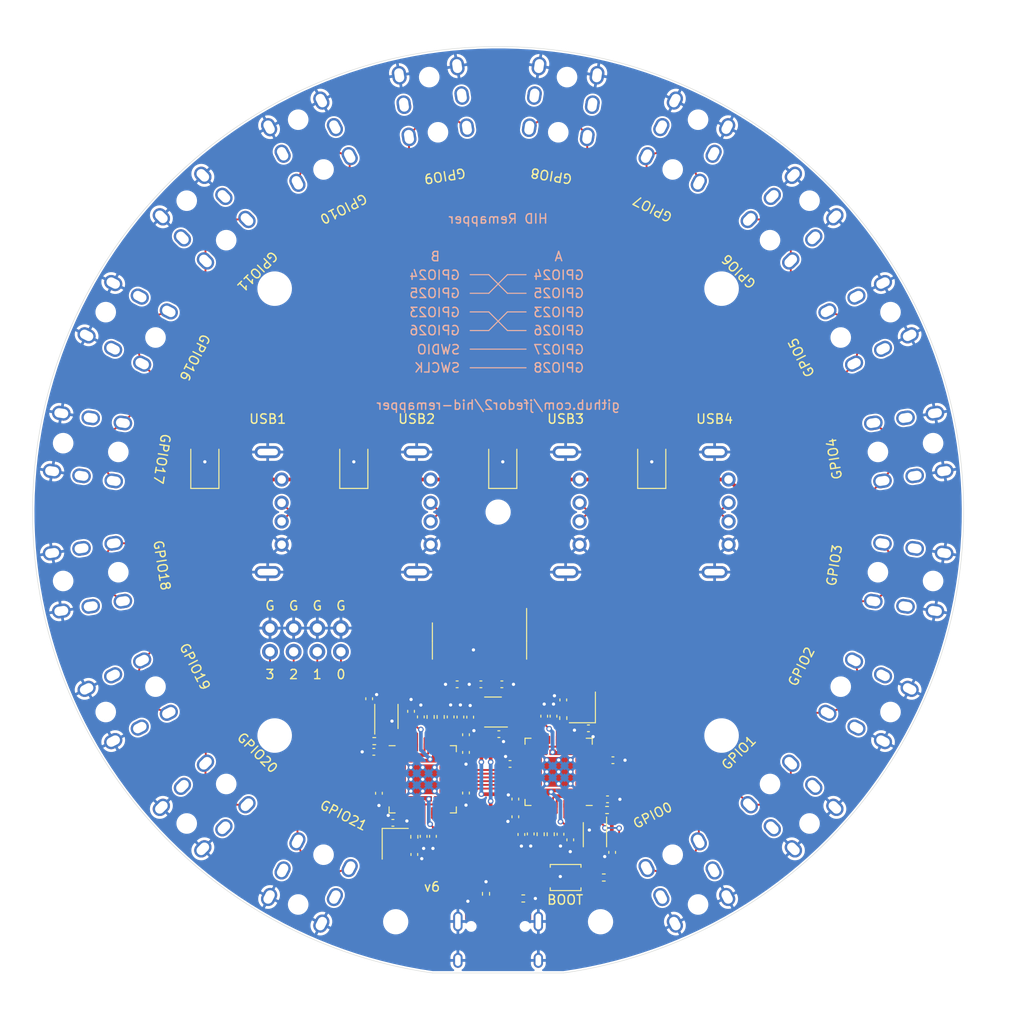
<source format=kicad_pcb>
(kicad_pcb (version 20221018) (generator pcbnew)
  (layers (0 "F.Cu" signal) (31 "B.Cu" signal) (34 "B.Paste" user) (35 "F.Paste" user) (36 "B.SilkS" user "B.Silkscreen") (37 "F.SilkS" user "F.Silkscreen") (38 "B.Mask" user) (39 "F.Mask" user) (44 "Edge.Cuts" user))
  (net 0 "")
  (net 1 "GND")
  (net 2 "+5V")
  (net 3 "D-")
  (net 4 "D+")
  (net 5 "+3V3")
  (net 6 "+1V1")
  (net 7 "Net-(U1-VDD33)")
  (net 8 "Net-(U1-VDD18)")
  (net 9 "XIN")
  (net 10 "XOUT")
  (net 11 "QSPI_SS")
  (net 12 "QSPI_SD3")
  (net 13 "QSPI_SCLK")
  (net 14 "QSPI_SD0")
  (net 15 "QSPI_SD2")
  (net 16 "QSPI_SD1")
  (net 17 "Net-(C19-Pad1)")
  (net 18 "Net-(U3-USB_DP)")
  (net 19 "Net-(U3-USB_DM)")
  (net 21 "JACK1")
  (net 22 "Net-(USB101-CC2)")
  (net 23 "Net-(USB101-CC1)")
  (net 24 "Net-(U103-USB_DP)")
  (net 25 "Net-(U103-USB_DM)")
  (net 26 "DM4")
  (net 27 "DP4")
  (net 28 "DM3")
  (net 29 "DP3")
  (net 30 "DM2")
  (net 31 "DP2")
  (net 32 "SWCLK")
  (net 33 "SWD")
  (net 34 "DM1")
  (net 35 "DP1")
  (net 36 "1XIN")
  (net 37 "Net-(C119-Pad1)")
  (net 38 "1D+")
  (net 40 "1D-")
  (net 41 "JACK2")
  (net 42 "1QSPI_SS")
  (net 43 "Net-(R106-Pad2)")
  (net 44 "1XOUT")
  (net 46 "JACK3")
  (net 48 "JACK4")
  (net 50 "JACK5")
  (net 52 "JACK6")
  (net 59 "JACK7")
  (net 61 "JACK8")
  (net 63 "JACK9")
  (net 65 "RTS1CTS")
  (net 68 "CTS1RTS")
  (net 70 "1QSPI_SD3")
  (net 71 "1QSPI_SCLK")
  (net 72 "1QSPI_SD0")
  (net 73 "1QSPI_SD2")
  (net 74 "1QSPI_SD1")
  (net 76 "TX1RX")
  (net 77 "RX1TX")
  (net 83 "+1V2")
  (net 93 "JACK10")
  (net 95 "JACK11")
  (net 97 "JACK12")
  (net 99 "JACK13")
  (net 101 "JACK14")
  (net 103 "JACK15")
  (net 105 "JACK16")
  (net 107 "JACK17")
  (net 109 "JACK18")
  (net 124 "GPIO3")
  (net 125 "GPIO2")
  (net 126 "GPIO1")
  (net 127 "GPIO0")
  (footprint "Capacitor_SMD:C_0402_1005Metric" (layer "F.Cu") (at 137.2 138.375)
    (fp_text reference "C18" hide)
    (fp_text value "15p")
  )
  (footprint "Capacitor_SMD:C_0402_1005Metric" (layer "F.Cu") (at 134.65 125.05 90)
    (fp_text reference "C17" hide)
    (fp_text value "100n")
  )
  (footprint "Capacitor_SMD:C_0402_1005Metric" (layer "F.Cu") (at 141.5 139.825 -90)
    (fp_text reference "C2" hide)
    (fp_text value "100n")
  )
  (footprint "Capacitor_SMD:C_0402_1005Metric" (layer "F.Cu") (at 145.05 130.8125 -90)
    (fp_text reference "C8" hide)
    (fp_text value "100n")
  )
  (footprint "Resistor_SMD:R_0402_1005Metric" (layer "F.Cu") (at 135.2 129.6)
    (fp_text reference "R5" hide)
    (fp_text value "10k")
  )
  (footprint "RP2040:RP2040-QFN-56" (layer "F.Cu") (at 140.4 133.7)
    (fp_text reference "U3" hide)
    (fp_text value "RP2040")
  )
  (footprint "Crystal:Crystal_SMD_2520-4Pin_2.5x2.0mm" (layer "F.Cu") (at 137.45 140.625 -90)
    (fp_text reference "Y1" hide)
    (fp_text value "Crystal_GND24")
  )
  (footprint "Capacitor_SMD:C_0402_1005Metric" (layer "F.Cu") (at 139.5 141.775 -90)
    (fp_text reference "C19" hide)
    (fp_text value "15p")
  )
  (footprint "Capacitor_SMD:C_0402_1005Metric" (layer "F.Cu") (at 135.7 135.2 -90)
    (fp_text reference "C6" hide)
    (fp_text value "100n")
  )
  (footprint "Capacitor_SMD:C_0402_1005Metric" (layer "F.Cu") (at 145.05 135.175 -90)
    (fp_text reference "C5" hide)
    (fp_text value "100n")
  )
  (footprint "Resistor_SMD:R_0402_1005Metric" (layer "F.Cu") (at 139.5 139.875 90)
    (fp_text reference "R7" hide)
    (fp_text value "1k")
  )
  (footprint "Capacitor_SMD:C_0402_1005Metric" (layer "F.Cu") (at 140.5 139.825 -90)
    (fp_text reference "C7" hide)
    (fp_text value "100n")
  )
  (footprint "Capacitor_SMD:C_0402_1005Metric" (layer "F.Cu") (at 135.15 130.75 180)
    (fp_text reference "C4" hide)
    (fp_text value "100n")
  )
  (footprint "Capacitor_SMD:C_0402_1005Metric" (layer "F.Cu") (at 144.45 127.0125 90)
    (fp_text reference "C10" hide)
    (fp_text value "1u")
  )
  (footprint "Resistor_SMD:R_0402_1005Metric" (layer "F.Cu") (at 142.33 127 -90)
    (fp_text reference "R4" hide)
    (fp_text value "27")
  )
  (footprint "Capacitor_SMD:C_0402_1005Metric" (layer "F.Cu") (at 139.15 126.4 90)
    (fp_text reference "C1" hide)
    (fp_text value "100n")
  )
  (footprint "Resistor_SMD:R_0402_1005Metric" (layer "F.Cu") (at 141.25 127 -90)
    (fp_text reference "R3" hide)
    (fp_text value "27")
  )
  (footprint "Capacitor_SMD:C_0402_1005Metric" (layer "F.Cu") (at 140.2 127 90)
    (fp_text reference "C3" hide)
    (fp_text value "100n")
  )
  (footprint "SOT:SOT-23-5" (layer "F.Cu") (at 147.95 126.475)
    (fp_text reference "U4" hide)
    (fp_text value "TLV73333PDBV")
  )
  (footprint "Capacitor_SMD:C_0402_1005Metric" (layer "F.Cu") (at 145.5 127.025 90)
    (fp_text reference "C16" hide)
    (fp_text value "1u")
  )
  (footprint "Capacitor_SMD:C_0402_1005Metric" (layer "F.Cu") (at 148.58 128.85)
    (fp_text reference "C15" hide)
    (fp_text value "1u")
  )
  (footprint "MountingHole:MountingHole_3.2mm_M3" (layer "F.Cu") (at 124.5 129)
    (fp_text reference "H1" hide)
    (fp_text value "MountingHole")
  )
  (footprint "Capacitor_SMD:C_0402_1005Metric" (layer "F.Cu") (at 143.4 127 90)
    (fp_text reference "C13" hide)
    (fp_text value "1u")
  )
  (footprint "Capacitor_SMD:C_0402_1005Metric" (layer "F.Cu") (at 145.05 128.9125 90)
    (fp_text reference "C9" hide)
    (fp_text value "100n")
  )
  (footprint "USON:8-USON" (layer "F.Cu") (at 136.5 126.95)
    (fp_text reference "U5" hide)
    (fp_text value "W25Q128JVS")
  )
  (footprint "MountingHole:MountingHole_3.2mm_M3" (layer "F.Cu") (at 172.5 129)
    (fp_text reference "H2" hide)
    (fp_text value "MountingHole")
  )
  (footprint "Resistor_SMD:R_0402_1005Metric" (layer "F.Cu") (at 159.85 144.25 180)
    (fp_text reference "R106" hide)
    (fp_text value "1k")
  )
  (footprint "MountingHole:MountingHole_3.2mm_M3" (layer "F.Cu") (at 172.5 81)
    (fp_text reference "H3" hide)
    (fp_text value "MountingHole")
  )
  (footprint "MountingHole:MountingHole_2.2mm_M2" (layer "F.Cu") (at 159.5 149)
    (fp_text reference "H6" hide)
    (fp_text value "MountingHole")
  )
  (footprint "Jack:C381131" (layer "F.Cu") (at 192.600285 98.015201 -171)
    (fp_text reference "J14" hide)
    (fp_text value "AudioJack3")
  )
  (footprint "Capacitor_SMD:C_0402_1005Metric" (layer "F.Cu") (at 148.9 123.5)
    (fp_text reference "C206" hide)
    (fp_text value "10u")
  )
  (footprint "Capacitor_Tantalum_SMD:CP_EIA-3528-21_Kemet-B" (layer "F.Cu") (at 149 100 90)
    (fp_text reference "C203" hide)
    (fp_text value "100u")
  )
  (footprint "Capacitor_SMD:C_0402_1005Metric" (layer "F.Cu") (at 158.2 128.225 180)
    (fp_text reference "C118" hide)
    (fp_text value "15p")
  )
  (footprint "Capacitor_SMD:C_0402_1005Metric" (layer "F.Cu") (at 152 139.57 -90)
    (fp_text reference "C113" hide)
    (fp_text value "1u")
  )
  (footprint "Capacitor_Tantalum_SMD:CP_EIA-3528-21_Kemet-B" (layer "F.Cu") (at 117 100 90)
    (fp_text reference "C201" hide)
    (fp_text value "100u")
  )
  (footprint "Capacitor_SMD:C_0402_1005Metric" (layer "F.Cu") (at 156.25 140.2 -90)
    (fp_text reference "C101" hide)
    (fp_text value "100n")
  )
  (footprint "Capacitor_SMD:C_0402_1005Metric" (layer "F.Cu") (at 155.5 125.175 90)
    (fp_text reference "C119" hide)
    (fp_text value "15p")
  )
  (footprint "Resistor_SMD:R_0402_1005Metric" (layer "F.Cu") (at 153.07 139.6 90)
    (fp_text reference "R104" hide)
    (fp_text value "27")
  )
  (footprint "Capacitor_SMD:C_0402_1005Metric" (layer "F.Cu") (at 160.25 135.85)
    (fp_text reference "C104" hide)
    (fp_text value "100n")
  )
  (footprint "Capacitor_SMD:C_0402_1005Metric" (layer "F.Cu") (at 160.75 141.55 -90)
    (fp_text reference "C117" hide)
    (fp_text value "100n")
  )
  (footprint "Capacitor_Tantalum_SMD:CP_EIA-3528-21_Kemet-B" (layer "F.Cu") (at 133 100 90)
    (fp_text reference "C202" hide)
    (fp_text value "100u")
  )
  (footprint "SL2.1A:SOP-16_3.9x9.9mm_P1.27mm" (layer "F.Cu") (at 146.5 118.85 180)
    (fp_text reference "U1" hide)
    (fp_text value "SL2.1A")
  )
  (footprint "Jack:C381131" (layer "F.Cu") (at 192.600284 111.984798 171)
    (fp_text reference "J15" hide)
    (fp_text value "AudioJack3")
  )
  (footprint "Jack:C381131" (layer "F.Cu") (at 104.399715 111.984799 9)
    (fp_text reference "J4" hide)
    (fp_text value "AudioJack3")
  )
  (footprint "Resistor_SMD:R_0402_1005Metric" (layer "F.Cu") (at 147.2 146 90)
    (fp_text reference "R102" hide)
    (fp_text value "5.1k")
  )
  (footprint "Capacitor_SMD:C_0402_1005Metric" (layer "F.Cu") (at 149.78 132.05 180)
    (fp_text reference "C105" hide)
    (fp_text value "100n")
  )
  (footprint "Capacitor_SMD:C_0402_1005Metric" (layer "F.Cu") (at 146.65 123.5 180)
    (fp_text reference "C205" hide)
    (fp_text value "10u")
  )
  (footprint "Type-A:C2689978" (layer "F.Cu") (at 172.5 105 180)
    (fp_text reference "USB4")
    (fp_text value "USB_A")
  )
  (footprint "Type-C:HRO-TYPE-C-31-M-12-Assembly" (layer "F.Cu") (at 148.5 150.716)
    (fp_text reference "USB101" hide)
    (fp_text value "HRO-TYPE-C-31-M-12" hide)
  )
  (footprint "Jack:C381131" (layer "F.Cu") (at 155.484798 60.899716 -99)
    (fp_text reference "J10" hide)
    (fp_text value "AudioJack3")
  )
  (footprint "Capacitor_SMD:C_0402_1005Metric" (layer "F.Cu") (at 150.35 137.725 -90)
    (fp_text reference "C109" hide)
    (fp_text value "100n")
  )
  (footprint "Connector_PinHeader_2.54mm:PinHeader_2x04_P2.54mm_Vertical" (layer "F.Cu") (at 124 120 90)
    (fp_text reference "J19" hide)
    (fp_text value "Conn_02x04_Odd_Even")
  )
  (footprint "Capacitor_SMD:C_0402_1005Metric" (layer "F.Cu") (at 144.1 123.5 180)
    (fp_text reference "C207" hide)
    (fp_text value "10u")
  )
  (footprint "Jack:C381131" (layer "F.Cu") (at 108.716559 84.729324 -27)
    (fp_text reference "J6" hide)
    (fp_text value "AudioJack3")
  )
  (footprint "Capacitor_SMD:C_0402_1005Metric" (layer "F.Cu") (at 154.45 126.92 90)
    (fp_text reference "C107" hide)
    (fp_text value "100n")
  )
  (footprint "Capacitor_SMD:C_0402_1005Metric" (layer "F.Cu") (at 155.2 139.6 -90)
    (fp_text reference "C103" hide)
    (fp_text value "100n")
  )
  (footprint "Resistor_SMD:R_0402_1005Metric" (layer "F.Cu") (at 155.5 127.125 -90)
    (fp_text reference "R107" hide)
    (fp_text value "1k")
  )
  (footprint "Type-A:C2689978" (layer "F.Cu") (at 156.5 105 180)
    (fp_text reference "USB3")
    (fp_text value "USB_A")
  )
  (footprint "MountingHole:MountingHole_3.2mm_M3" (layer "F.Cu") (at 124.5 81)
    (fp_text reference "H4" hide)
    (fp_text value "MountingHole")
  )
  (footprint "Capacitor_Tantalum_SMD:CP_EIA-3528-21_Kemet-B" (layer "F.Cu") (at 165 100 90)
    (fp_text reference "C204" hide)
    (fp_text value "100u")
  )
  (footprint "Resistor_SMD:R_0402_1005Metric" (layer "F.Cu") (at 151.2 146.5)
    (fp_text reference "R101" hide)
    (fp_text value "5.1k")
  )
  (footprint "USON:8-USON" (layer "F.Cu") (at 158.9 139.65 180)
    (fp_text reference "U105" hide)
    (fp_text value "W25Q128JVS")
  )
  (footprint "Jack:C381131" (layer "F.Cu") (at 128.229324 144.783441 63)
    (fp_text reference "J1" hide)
    (fp_text value "AudioJack3")
  )
  (footprint "Jack:C381131" (layer "F.Cu") (at 168.770676 65.216559 -117)
    (fp_text reference "J11" hide)
    (fp_text value "AudioJack3")
  )
  (footprint "Type-A:C2689978" (layer "F.Cu") (at 124.5 105 180)
    (fp_text reference "USB1")
    (fp_text value "USB_A")
  )
  (footprint "Capacitor_SMD:C_0402_1005Metric" (layer "F.Cu") (at 151 139.625 -90)
    (fp_text reference "C110" hide)
    (fp_text value "1u")
  )
  (footprint "Jack:C381131" (layer "F.Cu") (at 116.927682 136.572317 45)
    (fp_text reference "J2" hide)
    (fp_text value "AudioJack3")
  )
  (footprint "Jack:C381131" (layer "F.Cu") (at 128.229324 65.216558 -63)
    (fp_text reference "J8" hide)
    (fp_text value "AudioJack3")
  )
  (footprint "Capacitor_SMD:C_0402_1005Metric" (layer "F.Cu") (at 160.83 131.65)
    (fp_text reference "C106" hide)
    (fp_text value "100n")
  )
  (footprint "Type-A:C2689978" (layer "F.Cu") (at 140.5 105 180)
    (fp_text reference "USB2")
    (fp_text value "USB_A")
  )
  (footprint "Capacitor_SMD:C_0402_1005Metric" (layer "F.Cu") (at 153.45 126.92 90)
    (fp_text reference "C102" hide)
    (fp_text value "100n")
  )
  (footprint "RP2040:RP2040-QFN-56" (layer "F.Cu") (at 155 132.9 180)
    (fp_text reference "U103" hide)
    (fp_text value "RP2040")
  )
  (footprint "Resistor_SMD:R_0402_1005Metric" (layer "F.Cu") (at 154.15 139.6 90)
    (fp_text reference "R103" hide)
    (fp_text value "27")
  )
  (footprint "Resistor_SMD:R_0402_1005Metric" (layer "F.Cu") (at 160.2 137 180)
    (fp_text reference "R105" hide)
    (fp_text value "10k")
  )
  (footprint "Jack:C381131" (layer "F.Cu") (at 180.072318 73.427683 -135)
    (fp_text reference "J12" hide)
    (fp_text value "AudioJack3")
  )
  (footprint "Jack:C381131" (layer "F.Cu") (at 108.716558 125.270676 27)
    (fp_text reference "J3" hide)
    (fp_text value "AudioJack3")
  )
  (footprint "MountingHole:MountingHole_2.2mm_M2" (layer "F.Cu") (at 148.5 105)
    (fp_text reference "H5" hide)
    (fp_text value "MountingHole")
  )
  (footprint "Jack:C381131" (layer "F.Cu") (at 104.399716 98.015202 -9)
    (fp_text reference "J5" hide)
    (fp_text value "AudioJack3")
  )
  (footprint "Crystal:Crystal_SMD_2520-4Pin_2.5x2.0mm" (layer "F.Cu") (at 157.55 125.975 90)
    (fp_text reference "Y101" hide)
    (fp_text value "Crystal_GND24")
  )
  (footprint "Button_Switch_SMD:SW_SPST_B3U-1000P" (layer "F.Cu") (at 155.75 144.25)
    (fp_text reference "SW102" hide)
    (fp_text value "SW_Push")
  )
  (footprint "Jack:C381131" (layer "F.Cu") (at 180.072317 136.572318 135)
    (fp_text reference "J17" hide)
    (fp_text value "AudioJack3")
  )
  (footprint "Jack:C381131" (layer "F.Cu") (at 141.515201 60.899715 -81)
    (fp_text reference "J9" hide)
    (fp_text value "AudioJack3")
  )
  (footprint "Jack:C381131" (layer "F.Cu") (at 188.283441 125.270676 153)
    (fp_text reference "J16" hide)
    (fp_text value "AudioJack3")
  )
  (footprint "Jack:C381131" (layer "F.Cu") (at 116.927683 73.427682 -45)
    (fp_text reference "J7" hide)
    (fp_text value "AudioJack3")
  )
  (footprint "Capacitor_SMD:C_0402_1005Metric" (layer "F.Cu") (at 150.35 135.825 90)
    (fp_text reference "C108" hide)
    (fp_text value "100n")
  )
  (footprint "MountingHole:MountingHole_2.2mm_M2" (layer "F.Cu") (at 137.5 149)
    (fp_text reference "H7" hide)
    (fp_text value "MountingHole")
  )
  (footprint "Jack:C381131" (layer "F.Cu") (at 168.770676 144.783442 117)
    (fp_text reference "J18" hide)
    (fp_text value "AudioJack3")
  )
  (footprint "Jack:C381131" (layer "F.Cu") (at 188.283442 84.729324 -153)
    (fp_text reference "J13" hide)
    (fp_text value "AudioJack3")
  )
  (gr_line (start 145.5 85.5) (end 147.5 85.5) (stroke (width 0.12)) (layer "B.SilkS"))
  (gr_line (start 147.5 81.5) (end 149.5 79.5) (stroke (width 0.12)) (layer "B.SilkS"))
  (gr_line (start 145.5 89.5) (end 151.5 89.5) (stroke (width 0.12)) (layer "B.SilkS"))
  (gr_line (start 149.5 79.5) (end 151.5 79.5) (stroke (width 0.12)) (layer "B.SilkS"))
  (gr_line (start 147.5 83.5) (end 149.5 85.5) (stroke (width 0.12)) (layer "B.SilkS"))
  (gr_line (start 145.5 79.5) (end 147.5 79.5) (stroke (width 0.12)) (layer "B.SilkS"))
  (gr_line (start 147.5 85.5) (end 149.5 83.5) (stroke (width 0.12)) (layer "B.SilkS"))
  (gr_line (start 147.5 79.5) (end 149.5 81.5) (stroke (width 0.12)) (layer "B.SilkS"))
  (gr_line (start 149.5 83.5) (end 151.5 83.5) (stroke (width 0.12)) (layer "B.SilkS"))
  (gr_line (start 149.5 85.5) (end 151.5 85.5) (stroke (width 0.12)) (layer "B.SilkS"))
  (gr_line (start 145.5 87.5) (end 151.5 87.5) (stroke (width 0.12)) (layer "B.SilkS"))
  (gr_line (start 145.5 83.5) (end 147.5 83.5) (stroke (width 0.12)) (layer "B.SilkS"))
  (gr_line (start 145.5 81.5) (end 147.5 81.5) (stroke (width 0.12)) (layer "B.SilkS"))
  (gr_line (start 149.5 81.5) (end 151.5 81.5) (stroke (width 0.12)) (layer "B.SilkS"))
  (gr_arc (start 141.45 154.499999) (mid 148.5 55.000476) (end 155.55 154.499999) (stroke (width 0.05)) (layer "Edge.Cuts"))
  (gr_line (start 141.45 154.499999) (end 155.55 154.499999) (stroke (width 0.05)) (layer "Edge.Cuts"))
  (gr_text "GPIO25" (at 144.5 81.5) (layer "B.SilkS") (effects (font (size 1 1)) (justify left mirror)))
  (gr_text "SWCLK" (at 144.5 89.5) (layer "B.SilkS") (effects (font (size 1 1)) (justify left mirror)))
  (gr_text "GPIO28" (at 152.2 89.5) (layer "B.SilkS") (effects (font (size 1 1)) (justify right mirror)))
  (gr_text "GPIO24" (at 144.5 79.55) (layer "B.SilkS") (effects (font (size 1 1)) (justify left mirror)))
  (gr_text "GPIO23" (at 144.5 83.55) (layer "B.SilkS") (effects (font (size 1 1)) (justify left mirror)))
  (gr_text "GPIO25" (at 152.2 81.5) (layer "B.SilkS") (effects (font (size 1 1)) (justify right mirror)))
  (gr_text "GPIO26" (at 152.2 85.5) (layer "B.SilkS") (effects (font (size 1 1)) (justify right mirror)))
  (gr_text "B" (at 141.75 77.55) (layer "B.SilkS") (effects (font (size 1 1)) (justify mirror)))
  (gr_text "HID Remapper" (at 148.5 73.5) (layer "B.SilkS") (effects (font (size 1 1)) (justify mirror)))
  (gr_text "A" (at 155 77.55) (layer "B.SilkS") (effects (font (size 1 1)) (justify mirror)))
  (gr_text "SWDIO" (at 144.5 87.55) (layer "B.SilkS") (effects (font (size 1 1)) (justify left mirror)))
  (gr_text "github.com/jfedor2/hid-remapper" (at 148.5 93.5) (layer "B.SilkS") (effects (font (size 1 1)) (justify mirror)))
  (gr_text "GPIO27" (at 152.2 87.55) (layer "B.SilkS") (effects (font (size 1 1)) (justify right mirror)))
  (gr_text "GPIO23" (at 152.2 83.55) (layer "B.SilkS") (effects (font (size 1 1)) (justify right mirror)))
  (gr_text "GPIO26" (at 144.5 85.5) (layer "B.SilkS") (effects (font (size 1 1)) (justify left mirror)))
  (gr_text "GPIO24" (at 152.2 79.55) (layer "B.SilkS") (effects (font (size 1 1)) (justify right mirror)))
  (gr_text "1" (at 129.08 121.85) (layer "F.SilkS") (effects (font (size 1 1) (thickness 0.15) bold) (justify top)))
  (gr_text "G" (at 131.62 115.65) (layer "F.SilkS") (effects (font (size 1 1) (thickness 0.15) bold) (justify bottom)))
  (gr_text "G" (at 129.08 115.65) (layer "F.SilkS") (effects (font (size 1 1) (thickness 0.15) bold) (justify bottom)))
  (gr_text "2" (at 126.54 121.85) (layer "F.SilkS") (effects (font (size 1 1) (thickness 0.15) bold) (justify top)))
  (gr_text "G" (at 126.54 115.65) (layer "F.SilkS") (effects (font (size 1 1) (thickness 0.15) bold) (justify bottom)))
  (gr_text "0" (at 131.62 121.85) (layer "F.SilkS") (effects (font (size 1 1) (thickness 0.15) bold) (justify top)))
  (gr_text "3" (at 124 121.85) (layer "F.SilkS") (effects (font (size 1 1) (thickness 0.15) bold) (justify top)))
  (gr_text "v6" (at 141.4 145.25) (layer "F.SilkS") (effects (font (size 1 1))))
  (gr_text "BOOT" (at 155.7 146.65) (layer "F.SilkS") (effects (font (size 1 1))))
  (gr_text "G" (at 124 115.65) (layer "F.SilkS") (effects (font (size 1 1) (thickness 0.15) bold) (justify bottom)))
  (segment (start 155.5 124.695) (end 154.58 124.695) (width 0.4) (layer "F.Cu") (net 1))
  (segment (start 137.350978 142.575) (end 139.18 142.575) (width 0.4) (layer "F.Cu") (net 1))
  (segment (start 139.5 142.255) (end 140.27 142.255) (width 0.4) (layer "F.Cu") (net 1))
  (segment (start 145.865 121.35) (end 145.865 119.815) (width 0.4) (layer "F.Cu") (net 1))
  (segment (start 139.4 137.669295) (end 139.4 137.1375) (width 0.2) (layer "F.Cu") (net 1))
  (segment (start 158.25 124.575) (end 157.7 124.025) (width 0.4) (layer "F.Cu") (net 1))
  (segment (start 139.15 125.92) (end 139.15 125.125) (width 0.4) (layer "F.Cu") (net 1))
  (segment (start 145.8575 128.4325) (end 145.05 128.4325) (width 0.4) (layer "F.Cu") (net 1))
  (segment (start 149.05 126.475) (end 149 126.525) (width 0.4) (layer "F.Cu") (net 1))
  (segment (start 156.505705 128.425) (end 156 128.930705) (width 0.2) (layer "F.Cu") (net 1))
  (segment (start 135.8 141.025) (end 136.275 141.5) (width 0.4) (layer "F.Cu") (net 1))
  (segment (start 159.2 127.705) (end 158.68 128.225) (width 0.4) (layer "F.Cu") (net 1))
  (segment locked (start 151.75 148.055) (end 151.75 146.54) (width 0.4) (layer "F.Cu") (net 1))
  (segment locked (start 151.75 146.54) (end 151.71 146.5) (width 0.4) (layer "F.Cu") (net 1))
  (segment (start 136.72 137.595) (end 136.7 137.575) (width 0.4) (layer "F.Cu") (net 1))
  (segment (start 150.33 138.225) (end 150.35 138.205) (width 0.4) (layer "F.Cu") (net 1))
  (segment (start 136.275 141.5) (end 136.75 141.5) (width 0.4) (layer "F.Cu") (net 1))
  (segment (start 158.25 125.275489) (end 156.85 126.675489) (width 0.2) (layer "F.Cu") (net 1))
  (segment (start 152 140.05) (end 152 140.87) (width 0.4) (layer "F.Cu") (net 1))
  (segment (start 156.7 128.425) (end 156.505705 128.425) (width 0.2) (layer "F.Cu") (net 1))
  (segment (start 158.525 125.1) (end 159.2 125.775) (width 0.4) (layer "F.Cu") (net 1))
  (segment (start 165 98.4625) (end 165 99.6) (width 0.4) (layer "F.Cu") (net 1))
  (segment locked (start 151.71 146.5) (end 152.5 146.5) (width 0.4) (layer "F.Cu") (net 1))
  (segment (start 158.68 129.105) (end 158.7 129.125) (width 0.4) (layer "F.Cu") (net 1))
  (segment (start 158.68 128.225) (end 158.68 129.105) (width 0.4) (layer "F.Cu") (net 1))
  (segment (start 149.3 132.05) (end 149.3 131.25) (width 0.4) (layer "F.Cu") (net 1))
  (segment (start 142.85 123.5) (end 143.62 123.5) (width 0.2) (layer "F.Cu") (net 1))
  (segment (start 153.45 125.625) (end 153.45 126.44) (width 0.4) (layer "F.Cu") (net 1))
  (segment (start 156 128.930705) (end 156 129.4625) (width 0.2) (layer "F.Cu") (net 1))
  (segment (start 160.75 142.03) (end 159.98 142.03) (width 0.4) (layer "F.Cu") (net 1))
  (segment (start 136.75 141.974022) (end 137.350978 142.575) (width 0.4) (layer "F.Cu") (net 1))
  (segment (start 136.5 126.95) (end 137.1 126.95) (width 0.2) (layer "F.Cu") (net 1))
  (segment (start 135.7 136.5125) (end 135.7 135.68) (width 0.4) (layer "F.Cu") (net 1))
  (segment (start 149.55 138.225) (end 150.33 138.225) (width 0.4) (layer "F.Cu") (net 1))
  (segment (start 149.38 123.5) (end 150.15 123.5) (width 0.2) (layer "F.Cu") (net 1))
  (segment (start 158.15 139) (end 158.3 139.15) (width 0.2) (layer "F.Cu") (net 1))
  (segment (start 156.85 126.675489) (end 156.85 126.85) (width 0.2) (layer "F.Cu") (net 1))
  (segment (start 135.42 124.57) (end 135.45 124.6) (width 0.4) (layer "F.Cu") (net 1))
  (segment (start 156.25 140.68) (end 156.25 141.47) (width 0.4) (layer "F.Cu") (net 1))
  (segment (start 140.27 142.255) (end 140.3 142.225) (width 0.4) (layer "F.Cu") (net 1))
  (segment (start 154.58 124.695) (end 154.55 124.725) (width 0.4) (layer "F.Cu") (net 1))
  (segment (start 137.25 127.6) (end 137.1 127.45) (width 0.2) (layer "F.Cu") (net 1))
  (segment (start 158.25 125.1) (end 158.25 125.275489) (width 0.2) (layer "F.Cu") (net 1))
  (segment (start 136.72 138.375) (end 136.72 137.595) (width 0.4) (layer "F.Cu") (net 1))
  (segment (start 138.7 138.175) (end 138.894295 138.175) (width 0.2) (layer "F.Cu") (net 1))
  (segment (start 144.45 126.5325) (end 144.45 125.7125) (width 0.4) (layer "F.Cu") (net 1))
  (segment (start 141.5 141.125) (end 141.5 140.305) (width 0.4) (layer "F.Cu") (net 1))
  (segment (start 134.67 130.75) (end 133.9 130.75) (width 0.4) (layer "F.Cu") (net 1))
  (segment (start 140.5 141.125) (end 140.5 140.305) (width 0.4) (layer "F.Cu") (net 1))
  (segment (start 138.15 139.874511) (end 138.15 139.75) (width 0.2) (layer "F.Cu") (net 1))
  (segment (start 134.65 124.57) (end 135.42 124.57) (width 0.4) (layer "F.Cu") (net 1))
  (segment (start 155.2 140.08) (end 155.2 140.87) (width 0.4) (layer "F.Cu") (net 1))
  (segment (start 143.4 126.52) (end 143.4 125.7125) (width 0.4) (layer "F.Cu") (net 1))
  (segment (start 139.18 142.575) (end 139.5 142.255) (width 0.4) (layer "F.Cu") (net 1))
  (segment (start 156.17 124.025) (end 155.5 124.695) (width 0.4) (layer "F.Cu") (net 1))
  (segment (start 136.75 141.5) (end 136.75 141.274511) (width 0.2) (layer "F.Cu") (net 1))
  (segment (start 149.06 128.85) (end 149.06 129.63) (width 0.4) (layer "F.Cu") (net 1))
  (segment (start 117 99.6) (end 117 98.4625) (width 0.4) (layer "F.Cu") (net 1))
  (segment (start 159.98 142.03) (end 159.95 142) (width 0.4) (layer "F.Cu") (net 1))
  (segment (start 135.8 138.775) (end 135.8 141.025) (width 0.4) (layer "F.Cu") (net 1))
  (segment (start 149.06 129.63) (end 149.08 129.65) (width 0.4) (layer "F.Cu") (net 1))
  (segment (start 159.2 125.775) (end 159.2 127.705) (width 0.4) (layer "F.Cu") (net 1))
  (segment locked (start 147.2 144.7) (end 147.2 145.49) (width 0.4) (layer "F.Cu") (net 1))
  (segment (start 158.25 125.1) (end 158.525 125.1) (width 0.4) (layer "F.Cu") (net 1))
  (segment (start 160.73 135.85) (end 161.58 135.85) (width 0.4) (layer "F.Cu") (net 1))
  (segment (start 145.05 136.475) (end 145.05 135.655) (width 0.4) (layer "F.Cu") (net 1))
  (segment (start 149 126.525) (end 145.52 126.525) (width 0.4) (layer "F.Cu") (net 1))
  (segment (start 145.05 132.075) (end 145.05 131.2925) (width 0.4) (layer "F.Cu") (net 1))
  (segment (start 137.25 128.375) (end 137.25 127.6) (width 0.2) (layer "F.Cu") (net 1))
  (segment (start 136.2 138.375) (end 135.8 138.775) (width 0.4) (layer "F.Cu") (net 1))
  (segment (start 154.155 144.145) (end 155.18 144.145) (width 0.4) (layer "F.Cu") (net 1))
  (segment (start 150.35 135.345) (end 149.63 135.345) (width 0.4) (layer "F.Cu") (net 1))
  (segment (start 133 98.4625) (end 133 99.6) (width 0.4) (layer "F.Cu") (net 1))
  (segment (start 140.2 126.52) (end 140.2 125.725) (width 0.4) (layer "F.Cu") (net 1))
  (segment (start 136.75 141.274511) (end 138.15 139.874511) (width 0.2) (layer "F.Cu") (net 1))
  (segment (start 158.9 139.65) (end 158.3 139.65) (width 0.2) (layer "F.Cu") (net 1))
  (segment (start 138.894295 138.175) (end 139.4 137.669295) (width 0.2) (layer "F.Cu") (net 1))
  (segment (start 154.45 125.625) (end 154.45 126.44) (width 0.4) (layer "F.Cu") (net 1))
  (segment (start 151 140.875) (end 151 140.105) (width 0.4) (layer "F.Cu") (net 1))
  (segment (start 149 98.4625) (end 149 99.6) (width 0.4) (layer "F.Cu") (net 1))
  (segment (start 154.05 144.25) (end 154.155 144.145) (width 0.4) (layer "F.Cu") (net 1))
  (segment (start 149.63 135.345) (end 149.6 135.375) (width 0.4) (layer "F.Cu") (net 1))
  (segment (start 158.15 138.225) (end 158.15 139) (width 0.2) (layer "F.Cu") (net 1))
  (segment (start 137.1 126.95) (end 137.1 127.45) (width 0.2) (layer "F.Cu") (net 1))
  (segment (start 145.865 119.815) (end 145.85 119.8) (width 0.4) (layer "F.Cu") (net 1))
  (segment (start 161.31 131.65) (end 162.13 131.65) (width 0.4) (layer "F.Cu") (net 1))
  (segment (start 136.75 141.5) (end 136.75 141.974022) (width 0.4) (layer "F.Cu") (net 1))
  (segment (start 158.3 139.65) (end 158.3 139.15) (width 0.2) (layer "F.Cu") (net 1))
  (segment (start 157.7 124.025) (end 156.17 124.025) (width 0.4) (layer "F.Cu") (net 1))
  (segment (start 145.52 126.525) (end 145.5 126.545) (width 0.4) (layer "F.Cu") (net 1))
  (segment (start 145.4 123.5) (end 146.17 123.5) (width 0.2) (layer "F.Cu") (net 1))
  (segment (start 145.9 128.475) (end 145.8575 128.4325) (width 0.4) (layer "F.Cu") (net 1))
  (segment locked (start 145.25 148.055) (end 145.25 146.8) (width 0.4) (layer "F.Cu") (net 1))
  (segment (start 136.72 138.375) (end 136.2 138.375) (width 0.4) (layer "F.Cu") (net 1))
  (segment (start 158.25 125.1) (end 158.25 124.575) (width 0.4) (layer "F.Cu") (net 1))
  (segment (start 145.5 125.775) (end 145.5 126.545) (width 0.4) (layer "F.Cu") (net 1))
  (via (at 149.6 135.375) (size 0.6) (drill 0.35) (layers "F.Cu" "B.Cu") (net 1))
  (via (at 149.08 129.65) (size 0.6) (drill 0.35) (layers "F.Cu" "B.Cu") (net 1))
  (via locked (at 145.25 146.8) (size 0.6) (drill 0.35) (layers "F.Cu" "B.Cu") (net 1))
  (via (at 142.85 123.5) (size 0.6) (drill 0.35) (layers "F.Cu" "B.Cu") (net 1))
  (via (at 117 99.6) (size 0.6) (drill 0.35) (layers "F.Cu" "B.Cu") (net 1))
  (via (at 149.3 131.25) (size 0.6) (drill 0.35) (layers "F.Cu" "B.Cu") (net 1))
  (via (at 133 99.6) (size 0.6) (drill 0.35) (layers "F.Cu" "B.Cu") (net 1))
  (via (at 141.5 141.125) (size 0.6) (drill 0.35) (layers "F.Cu" "B.Cu") (net 1))
  (via (at 136.7 137.575) (size 0.6) (drill 0.35) (layers "F.Cu" "B.Cu") (net 1))
  (via (at 150.15 123.5) (size 0.6) (drill 0.35) (layers "F.Cu" "B.Cu") (net 1))
  (via (at 140.3 142.225) (size 0.6) (drill 0.35) (layers "F.Cu" "B.Cu") (net 1))
  (via (at 165 99.6) (size 0.6) (drill 0.35) (layers "F.Cu" "B.Cu") (net 1))
  (via (at 149 99.6) (size 0.6) (drill 0.35) (layers "F.Cu" "B.Cu") (net 1))
  (via (at 155.2 140.87) (size 0.6) (drill 0.35) (layers "F.Cu" "B.Cu") (net 1))
  (via (at 145.85 119.8) (size 0.6) (drill 0.35) (layers "F.Cu" "B.Cu") (net 1))
  (via (at 138.7 138.175) (size 0.6) (drill 0.35) (layers "F.Cu" "B.Cu") (net 1))
  (via (at 135.45 124.6) (size 0.6) (drill 0.35) (layers "F.Cu" "B.Cu") (net 1))
  (via (at 154.55 124.725) (size 0.6) (drill 0.35) (layers "F.Cu" "B.Cu") (net 1))
  (via locked (at 152.5 146.5) (size 0.6) (drill 0.35) (layers "F.Cu" "B.Cu") (net 1))
  (via locked (at 147.2 144.7) (size 0.6) (drill 0.35) (layers "F.Cu" "B.Cu") (net 1))
  (via (at 158.3 139.15) (size 0.6) (drill 0.35) (layers "F.Cu" "B.Cu") (net 1))
  (via (at 159.95 142) (size 0.6) (drill 0.35) (layers "F.Cu" "B.Cu") (net 1))
  (via (at 145.9 128.475) (size 0.6) (drill 0.35) (layers "F.Cu" "B.Cu") (net 1))
  (via (at 139.15 125.125) (size 0.6) (drill 0.35) (layers "F.Cu" "B.Cu") (net 1))
  (via (at 155.18 144.145) (size 0.6) (drill 0.35) (layers "F.Cu" "B.Cu") (net 1))
  (via (at 161.58 135.85) (size 0.6) (drill 0.35) (layers "F.Cu" "B.Cu") (net 1))
  (via (at 156.7 128.425) (size 0.6) (drill 0.35) (layers "F.Cu" "B.Cu") (net 1))
  (via (at 145.4 123.5) (size 0.6) (drill 0.35) (layers "F.Cu" "B.Cu") (net 1))
  (via (at 144.45 125.7125) (size 0.6) (drill 0.35) (layers "F.Cu" "B.Cu") (net 1))
  (via (at 145.5 125.775) (size 0.6) (drill 0.35) (layers "F.Cu" "B.Cu") (net 1))
  (via (at 158.7 129.125) (size 0.6) (drill 0.35) (layers "F.Cu" "B.Cu") (net 1))
  (via (at 140.5 141.125) (size 0.6) (drill 0.35) (layers "F.Cu" "B.Cu") (net 1))
  (via (at 145.05 132.075) (size 0.6) (drill 0.35) (layers "F.Cu" "B.Cu") (net 1))
  (via (at 154.45 125.625) (size 0.6) (drill 0.35) (layers "F.Cu" "B.Cu") (net 1))
  (via (at 149.55 138.225) (size 0.6) (drill 0.35) (layers "F.Cu" "B.Cu") (net 1))
  (via (at 145.05 136.475) (size 0.6) (drill 0.35) (layers "F.Cu" "B.Cu") (net 1))
  (via (at 135.7 136.5125) (size 0.6) (drill 0.35) (layers "F.Cu" "B.Cu") (net 1))
  (via (at 143.4 125.7125) (size 0.6) (drill 0.35) (layers "F.Cu" "B.Cu") (net 1))
  (via (at 152 140.87) (size 0.6) (drill 0.35) (layers "F.Cu" "B.Cu") (net 1))
  (via (at 153.45 125.625) (size 0.6) (drill 0.35) (layers "F.Cu" "B.Cu") (net 1))
  (via (at 151 140.875) (size 0.6) (drill 0.35) (layers "F.Cu" "B.Cu") (net 1))
  (via (at 133.9 130.75) (size 0.6) (drill 0.35) (layers "F.Cu" "B.Cu") (net 1))
  (via (at 137.1 127.45) (size 0.6) (drill 0.35) (layers "F.Cu" "B.Cu") (net 1))
  (via (at 162.13 131.65) (size 0.6) (drill 0.35) (layers "F.Cu" "B.Cu") (net 1))
  (via (at 140.2 125.725) (size 0.6) (drill 0.35) (layers "F.Cu" "B.Cu") (net 1))
  (via (at 156.25 141.47) (size 0.6) (drill 0.35) (layers "F.Cu" "B.Cu") (net 1))
  (segment (start 125.25 101.5) (end 117.0375 101.5) (width 0.4) (layer "F.Cu") (net 2))
  (segment (start 148.1 128.85) (end 148.1 128.18) (width 0.4) (layer "F.Cu") (net 2))
  (segment (start 174.95 103.2) (end 173.25 101.5) (width 0.4) (layer "F.Cu") (net 2))
  (segment (start 141.25 101.5) (end 133.0375 101.5) (width 0.4) (layer "F.Cu") (net 2))
  (segment (start 149.98 125.525) (end 149.05 125.525) (width 0.4) (layer "F.Cu") (net 2))
  (segment (start 165 101.5375) (end 164.9625 101.5) (width 0.4) (layer "F.Cu") (net 2))
  (segment (start 147.7 131.85) (end 147.7 129.25) (width 0.4) (layer "F.Cu") (net 2))
  (segment (start 148.855 125.525) (end 147.88 124.55) (width 0.4) (layer "F.Cu") (net 2))
  (segment (start 133 101.5375) (end 132.9625 101.5) (width 0.4) (layer "F.Cu") (net 2))
  (segment (start 144.595 119.455) (end 145.3 118.75) (width 0.4) (layer "F.Cu") (net 2))
  (segment (start 148.9625 101.5) (end 141.25 101.5) (width 0.4) (layer "F.Cu") (net 2))
  (segment (start 157.25 101.5) (end 149.0375 101.5) (width 0.4) (layer "F.Cu") (net 2))
  (segment (start 147.4 118.75) (end 148.05 119.4) (width 0.4) (layer "F.Cu") (net 2))
  (segment (start 145.05 124.55) (end 144.58 124.08) (width 0.4) (layer "F.Cu") (net 2))
  (segment (start 145.05 124.55) (end 147.88 124.55) (width 0.4) (layer "F.Cu") (net 2))
  (segment (start 165.0375 101.5) (end 165 101.5375) (width 0.4) (layer "F.Cu") (net 2))
  (segment (start 173.25 101.5) (end 165.0375 101.5) (width 0.4) (layer "F.Cu") (net 2))
  (segment (start 167.6 119.4) (end 174.95 112.05) (width 0.4) (layer "F.Cu") (net 2))
  (segment (start 147.7 136.8) (end 146.05 138.45) (width 0.4) (layer "F.Cu") (net 2))
  (segment (start 144.58 124.08) (end 144.58 123.5) (width 0.4) (layer "F.Cu") (net 2))
  (segment (start 144.595 121.35) (end 144.595 119.455) (width 0.4) (layer "F.Cu") (net 2))
  (segment (start 147.7 136.05) (end 147.7 136.8) (width 0.4) (layer "F.Cu") (net 2))
  (segment (start 145.3 118.75) (end 147.4 118.75) (width 0.4) (layer "F.Cu") (net 2))
  (segment (start 146.05 138.45) (end 146.05 148.055) (width 0.4) (layer "F.Cu") (net 2))
  (segment (start 148.1 128.18) (end 148.855 127.425) (width 0.4) (layer "F.Cu") (net 2))
  (segment (start 149.05 127.425) (end 149.98 127.425) (width 0.4) (layer "F.Cu") (net 2))
  (segment (start 144.6 121.355) (end 144.595 121.35) (width 0.4) (layer "F.Cu") (net 2))
  (segment (start 132.9625 101.5) (end 125.25 101.5) (width 0.4) (layer "F.Cu") (net 2))
  (segment (start 144.6 123.48) (end 144.6 121.355) (width 0.4) (layer "F.Cu") (net 2))
  (segment (start 144.58 123.5) (end 144.6 123.48) (width 0.4) (layer "F.Cu") (net 2))
  (segment (start 150.18 127.225) (end 150.18 125.725) (width 0.4) (layer "F.Cu") (net 2))
  (segment locked (start 146.954859 149.74952) (end 149.999991 149.74952) (width 0.4) (layer "F.Cu") (net 2))
  (segment (start 117.0375 101.5) (end 117 101.5375) (width 0.4) (layer "F.Cu") (net 2))
  (segment locked (start 149.999991 149.74952) (end 150.95 148.799511) (width 0.4) (layer "F.Cu") (net 2))
  (segment (start 164.9625 101.5) (end 157.25 101.5) (width 0.4) (layer "F.Cu") (net 2))
  (segment (start 149.05 125.525) (end 148.855 125.525) (width 0.4) (layer "F.Cu") (net 2))
  (segment locked (start 150.95 148.799511) (end 150.95 148.055) (width 0.4) (layer "F.Cu") (net 2))
  (segment (start 146.05 148.055) (end 146.05 148.838328) (width 0.4) (layer "F.Cu") (net 2))
  (segment (start 148.05 119.4) (end 167.6 119.4) (width 0.4) (layer "F.Cu") (net 2))
  (segment (start 149.0375 101.5) (end 149 101.5375) (width 0.4) (layer "F.Cu") (net 2))
  (segment (start 147.7 129.25) (end 148.1 128.85) (width 0.4) (layer "F.Cu") (net 2))
  (segment (start 150.18 125.725) (end 149.98 125.525) (width 0.4) (layer "F.Cu") (net 2))
  (segment (start 149 101.5375) (end 148.9625 101.5) (width 0.4) (layer "F.Cu") (net 2))
  (segment (start 133.0375 101.5) (end 133 101.5375) (width 0.4) (layer "F.Cu") (net 2))
  (segment (start 174.95 112.05) (end 174.95 103.2) (width 0.4) (layer "F.Cu") (net 2))
  (segment (start 146.954859 149.743187) (end 146.954859 149.74952) (width 0.4) (layer "F.Cu") (net 2))
  (segment (start 148.855 127.425) (end 149.05 127.425) (width 0.4) (layer "F.Cu") (net 2))
  (segment locked (start 146.05 148.838328) (end 146.954859 149.743187) (width 0.4) (layer "F.Cu") (net 2))
  (segment (start 149.98 127.425) (end 150.18 127.225) (width 0.4) (layer "F.Cu") (net 2))
  (via (at 147.7 131.85) (size 0.6) (drill 0.35) (layers "F.Cu" "B.Cu") (net 2))
  (via (at 147.7 136.05) (size 0.6) (drill 0.35) (layers "F.Cu" "B.Cu") (net 2))
  (segment (start 147.7 131.85) (end 147.7 136.05) (width 0.4) (layer "B.Cu") (net 2))
  (segment (start 142.055 126.215) (end 142.055 121.35) (width 0.2) (layer "F.Cu") (net 3))
  (segment (start 142.33 126.49) (end 142.055 126.215) (width 0.2) (layer "F.Cu") (net 3))
  (segment (start 142.55 119.9) (end 143.325 120.675) (width 0.2) (layer "F.Cu") (net 4))
  (segment (start 143.325 120.675) (end 143.325 121.35) (width 0.2) (layer "F.Cu") (net 4))
  (segment (start 141.65 119.9) (end 142.55 119.9) (width 0.2) (layer "F.Cu") (net 4))
  (segment (start 141.25 126.49) (end 141.25 120.3) (width 0.2) (layer "F.Cu") (net 4))
  (segment (start 141.25 120.3) (end 141.65 119.9) (width 0.2) (layer "F.Cu") (net 4))
  (segment (start 143.8375 134.7) (end 145.045 134.7) (width 0.2) (layer "F.Cu") (net 5))
  (segment (start 150.26 132.05) (end 150.41 131.9) (width 0.2) (layer "F.Cu") (net 5))
  (segment (start 154.55 138.538004) (end 155.131996 139.12) (width 0.2) (layer "F.Cu") (net 5))
  (segment (start 134.65 129.56) (end 134.65 125.53) (width 0.4) (layer "F.Cu") (net 5))
  (segment (start 158.66 135.85) (end 158.43 135.62) (width 0.4) (layer "F.Cu") (net 5))
  (segment (start 142.6 130.2625) (end 142.6 129.65) (width 0.2) (layer "F.Cu") (net 5))
  (segment (start 155.131996 139.12) (end 155.2 139.12) (width 0.2) (layer "F.Cu") (net 5))
  (segment (start 146.6325 129.3925) (end 146.7 129.325) (width 0.4) (layer "F.Cu") (net 5))
  (segment (start 134.65 125.53) (end 135.7 125.53) (width 0.4) (layer "F.Cu") (net 5))
  (segment (start 152.35 135.5) (end 152.4 135.55) (width 0.2) (layer "F.Cu") (net 5))
  (segment (start 145.045 134.7) (end 145.05 134.695) (width 0.2) (layer "F.Cu") (net 5))
  (segment (start 160.71 141.03) (end 160.75 141.07) (width 0.4) (layer "F.Cu") (net 5))
  (segment (start 136.9625 131.1) (end 137.75 131.1) (width 0.2) (layer "F.Cu") (net 5))
  (segment (start 159.77 135.963675) (end 160.71 136.903675) (width 0.4) (layer "F.Cu") (net 5))
  (segment (start 152.8 135.7) (end 152.6 135.5) (width 0.2) (layer "F.Cu") (net 5))
  (segment (start 146.6995 135.2995) (end 146.7 135.3) (width 0.4) (layer "F.Cu") (net 5))
  (segment (start 135.7 125.53) (end 135.7 125.525) (width 0.4) (layer "F.Cu") (net 5))
  (segment (start 150.35 136.305) (end 150.38 136.275) (width 0.4) (layer "F.Cu") (net 5))
  (segment (start 134.69 129.69) (end 135.63 130.63) (width 0.4) (layer "F.Cu") (net 5))
  (segment (start 144.45 127.675) (end 143.8375 128.2875) (width 0.4) (layer "F.Cu") (net 5))
  (segment (start 154.8 136.3375) (end 154.8 135.6) (width 0.2) (layer "F.Cu") (net 5))
  (segment (start 142.6 130.2625) (end 142.6 130.9) (width 0.2) (layer "F.Cu") (net 5))
  (segment (start 141 130.2625) (end 141 129.2) (width 0.2) (layer "F.Cu") (net 5))
  (segment (start 160.75 141.07) (end 160.745 141.075) (width 0.4) (layer "F.Cu") (net 5))
  (segment (start 143.1075 130.3325) (end 143.1 130.325) (width 0.4) (layer "F.Cu") (net 5))
  (segment (start 137.5 134.7) (end 137.65 134.7) (width 0.2) (layer "F.Cu") (net 5))
  (segment (start 158.4375 135.5) (end 157.65 135.5) (width 0.2) (layer "F.Cu") (net 5))
  (segment (start 146.85 127.425) (end 146.7 127.575) (width 0.4) (layer "F.Cu") (net 5))
  (segment (start 146.7 129.325) (end 146.7 131.85) (width 0.4) (layer "F.Cu") (net 5))
  (segment (start 142.6 129.65) (end 142.8 129.45) (width 0.2) (layer "F.Cu") (net 5))
  (segment (start 142.8 129.425) (end 142.8325 129.3925) (width 0.4) (layer "F.Cu") (net 5))
  (segment (start 154.8 129.4625) (end 154.8 128.225) (width 0.2) (layer "F.Cu") (net 5))
  (segment (start 146.7 127.575) (end 146.7 129.325) (width 0.4) (layer "F.Cu") (net 5))
  (segment (start 140.268004 127.48) (end 140.2 127.48) (width 0.2) (layer "F.Cu") (net 5))
  (segment (start 136.71251 130.75) (end 135.63 130.75) (width 0.4) (layer "F.Cu") (net 5))
  (segment (start 136.9625 134.7) (end 137.5 134.7) (width 0.2) (layer "F.Cu") (net 5))
  (segment (start 136.9625 130.99999) (end 136.71251 130.75) (width 0.4) (layer "F.Cu") (net 5))
  (segment (start 150.35 136.305) (end 150.35 137.245) (width 0.4) (layer "F.Cu") (net 5))
  (segment (start 151.5625 131.9) (end 152.45 131.9) (width 0.2) (layer "F.Cu") (net 5))
  (segment (start 151.5625 135.5) (end 152.35 135.5) (width 0.2) (layer "F.Cu") (net 5))
  (segment (start 160.745 141.075) (end 159.7 141.075) (width 0.4) (layer "F.Cu") (net 5))
  (segment (start 140.6 137.1375) (end 140.6 136.4) (width 0.2) (layer "F.Cu") (net 5))
  (segment (start 141 129.2) (end 140.85 129.05) (width 0.2) (layer "F.Cu") (net 5))
  (segment (start 152.6 137.125) (end 152.48 137.245) (width 0.4) (layer "F.Cu") (net 5))
  (segment (start 150.335 131.9) (end 150.33 131.905) (width 0.2) (layer "F.Cu") (net 5))
  (segment (start 146.85 127.425) (end 146.8 127.475) (width 0.4) (layer "F.Cu") (net 5))
  (segment (start 145.05 130.3325) (end 145.05 129.3925) (width 0.4) (layer "F.Cu") (net 5))
  (segment (start 143.8375 131.1) (end 143.05 131.1) (width 0.2) (layer "F.Cu") (net 5))
  (segment (start 146.8 127.475) (end 145.53 127.475) (width 0.4) (layer "F.Cu") (net 5))
  (segment (start 143.05 131.1) (end 143 131.05) (width 0.2) (layer "F.Cu") (net 5))
  (segment (start 140.85 128.061996) (end 140.268004 127.48) (width 0.2) (layer "F.Cu") (net 5))
  (segment (start 135.63 130.63) (end 135.63 130.75) (width 0.4) (layer "F.Cu") (net 5))
  (segment (start 152.8 136.3375) (end 152.8 135.7) (width 0.2) (layer "F.Cu") (net 5))
  (segment (start 159.77 135.85) (end 159.77 135.963675) (width 0.4) (layer "F.Cu") (net 5))
  (segment (start 151 138.675) (end 151.5625 138.1125) (width 0.4) (layer "F.Cu") (net 5))
  (segment (start 150.41 131.9) (end 151.5625 131.9) (width 0.2) (layer "F.Cu") (net 5))
  (segment (start 149.23 136.305) (end 150.35 136.305) (width 0.4) (layer "F.Cu") (net 5))
  (segment (start 145.53 127.475) (end 145.5 127.505) (width 0.4) (layer "F.Cu") (net 5))
  (segment (start 143 131.05) (end 143 130.2625) (width 0.2) (layer "F.Cu") (net 5))
  (segment (start 151 139.145) (end 151 138.675) (width 0.4) (layer "F.Cu") (net 5))
  (segment (start 158.4375 131.9) (end 160.1 131.9) (width 0.2) (layer "F.Cu") (net 5))
  (segment (start 141 130.9) (end 140.95 130.95) (width 0.2) (layer "F.Cu") (net 5))
  (segment (start 154.8 129.4625) (end 154.8 130.2) (width 0.2) (layer "F.Cu") (net 5))
  (segment (start 140.6 129.3) (end 140.85 129.05) (width 0.2) (layer "F.Cu") (net 5))
  (segment (start 154.4 136.3375) (end 154.4 135.7) (width 0.2) (layer "F.Cu") (net 5))
  (segment (start 143.8375 128.2875) (end 143.8375 130.99999) (width 0.4) (layer "F.Cu") (net 5))
  (segment (start 152.8 136.3375) (end 152.8 136.95) (width 0.2) (layer "F.Cu") (net 5))
  (segment (start 154.45 127.875) (end 154.45 127.4) (width 0.2) (layer "F.Cu") (net 5))
  (segment (start 154.4 137.4) (end 154.55 137.55) (width 0.2) (layer "F.Cu") (net 5))
  (segment (start 150.38 136.275) (end 152.25 136.275) (width 0.4) (layer "F.Cu") (net 5))
  (segment (start 154.8 137.3) (end 154.55 137.55) (width 0.2) (layer "F.Cu") (net 5))
  (segment (start 140.85 129.05) (end 140.85 128.061996) (width 0.2) (layer "F.Cu") (net 5))
  (segment (start 152.4 135.55) (end 152.4 136.3375) (width 0.2) (layer "F.Cu") (net 5))
  (segment (start 157.9 131.9) (end 157.75 131.9) (width 0.2) (layer "F.Cu") (net 5))
  (segment (start 154.8 136.3375) (end 154.8 137.3) (width 0.2) (layer "F.Cu") (net 5))
  (segment (start 152.48 137.245) (end 150.35 137.245) (width 0.4) (layer "F.Cu") (net 5))
  (segment (start 145.05 129.3925) (end 146.6325 129.3925) (width 0.4) (layer "F.Cu") (net 5))
  (segment (start 158.4375 131.9) (end 157.9 131.9) (width 0.2) (layer "F.Cu") (net 5))
  (segment (start 154.4 135.7) (end 154.45 135.65) (width 0.2) (layer "F.Cu") (net 5))
  (segment (start 134.69 129.6) (end 134.65 129.56) (width 0.4) (layer "F.Cu") (net 5))
  (segment (start 142.8325 129.3925) (end 145.05 129.3925) (width 0.4) (layer "F.Cu") (net 5))
  (segment (start 144.45 127.4925) (end 144.45 127.675) (width 0.4) (layer "F.Cu") (net 5))
  (segment (start 140.6 137.1375) (end 140.6 139.245) (width 0.2) (layer "F.Cu") (net 5))
  (segment (start 136.9625 134.7) (end 135.72 134.7) (width 0.2) (layer "F.Cu") (net 5))
  (segment (start 135.72 134.7) (end 135.7 134.72) (width 0.2) (layer "F.Cu") (net 5))
  (segment (start 160.1 131.9) (end 160.35 131.65) (width 0.2) (layer "F.Cu") (net 5))
  (segment (start 143.8375 134.7) (end 142.95 134.7) (width 0.2) (layer "F.Cu") (net 5))
  (segment (start 152.8 136.95) (end 152.6 137.15) (width 0.2) (layer "F.Cu") (net 5))
  (segment (start 140.6 139.245) (end 140.5 139.345) (width 0.2) (layer "F.Cu") (net 5))
  (segment (start 146.7 135.3) (end 148.225 135.3) (width 0.4) (layer "F.Cu") (net 5))
  (segment (start 154.55 137.55) (end 154.55 138.538004) (width 0.2) (layer "F.Cu") (net 5))
  (segment (start 141 130.2625) (end 141 130.9) (width 0.2) (layer "F.Cu") (net 5))
  (segment (start 145.05 130.3325) (end 143.1075 130.3325) (width 0.4) (layer "F.Cu") (net 5))
  (segment (start 160.71 136.903675) (end 160.71 137) (width 0.4) (layer "F.Cu") (net 5))
  (segment (start 154.8 128.225) (end 154.45 127.875) (width 0.2) (layer "F.Cu") (net 5))
  (segment (start 142.6 130.9) (end 142.8 131.1) (width 0.2) (layer "F.Cu") (net 5))
  (segment (start 148.225 135.3) (end 149.23 136.305) (width 0.4) (layer "F.Cu") (net 5))
  (segment (start 134.69 129.6) (end 134.69 129.69) (width 0.4) (layer "F.Cu") (net 5))
  (segment (start 160.71 137) (end 160.71 141.03) (width 0.4) (layer "F.Cu") (net 5))
  (segment (start 140.6 130.2625) (end 140.6 129.3) (width 0.2) (layer "F.Cu") (net 5))
  (segment (start 140.6 130.2625) (end 140.6 131) (width 0.2) (layer "F.Cu") (net 5))
  (segment (start 159.77 135.85) (end 158.66 135.85) (width 0.4) (layer "F.Cu") (net 5))
  (segment (start 154.4 136.3375) (end 154.4 137.4) (width 0.2) (layer "F.Cu") (net 5))
  (segment (start 151.5625 138.1125) (end 151.5625 135.60001) (width 0.4) (layer "F.Cu") (net 5))
  (via (at 146.6995 135.2995) (size 0.6) (drill 0.35) (layers "F.Cu" "B.Cu") (net 5))
  (via (at 146.7 131.85) (size 0.6) (drill 0.35) (layers "F.Cu" "B.Cu") (net 5))
  (segment (start 146.7 135.299) (end 146.6995 135.2995) (width 0.4) (layer "B.Cu") (net 5))
  (segment (start 146.7 131.85) (end 146.7 135.299) (width 0.4) (layer "B.Cu") (net 5))
  (segment (start 140.2 128.350002) (end 140.200001 128.350001) (width 0.2) (layer "F.Cu") (net 6))
  (segment (start 139.15 127.45) (end 140.050001 128.350001) (width 0.2) (layer "F.Cu") (net 6))
  (segment (start 139.15 126.88) (end 139.15 127.45) (width 0.2) (layer "F.Cu") (net 6))
  (segment (start 141.1995 138.525) (end 141.5 138.8255) (width 0.2) (layer "F.Cu") (net 6))
  (segment (start 141.5 138.8255) (end 141.5 139.345) (width 0.2) (layer "F.Cu") (net 6))
  (segment (start 142.2 130.2625) (end 142.2 130.95) (width 0.2) (layer "F.Cu") (net 6))
  (segment (start 143.4 127.95) (end 143.4 127.48) (width 0.2) (layer "F.Cu") (net 6))
  (segment (start 142.2 130.2625) (end 142.2 129.15) (width 0.2) (layer "F.Cu") (net 6))
  (segment (start 142.2 130.95) (end 142 131.15) (width 0.2) (layer "F.Cu") (net 6))
  (segment (start 141 138.3255) (end 141 137.1375) (width 0.2) (layer "F.Cu") (net 6))
  (segment (start 140.050001 128.350001) (end 140.200001 128.350001) (width 0.2) (layer "F.Cu") (net 6))
  (segment (start 140.2 130.2625) (end 140.2 128.350002) (width 0.2) (layer "F.Cu") (net 6))
  (segment (start 142.2 129.15) (end 143.4 127.95) (width 0.2) (layer "F.Cu") (net 6))
  (segment (start 141.1995 138.525) (end 141 138.3255) (width 0.2) (layer "F.Cu") (net 6))
  (via (at 140.200001 128.350001) (size 0.6) (drill 0.35) (layers "F.Cu" "B.Cu") (net 6))
  (via (at 141.1995 138.525) (size 0.6) (drill 0.35) (layers "F.Cu" "B.Cu") (net 6))
  (via (at 141.2 131.545055) (size 0.6) (drill 0.35) (layers "F.Cu" "B.Cu") (net 6))
  (via (at 141.0499 135.807729) (size 0.6) (drill 0.35) (layers "F.Cu" "B.Cu") (net 6))
  (segment (start 141.1995 138.525) (end 141.0499 138.3754) (width 0.4) (layer "B.Cu") (net 6))
  (segment (start 141.0499 138.3754) (end 141.0499 135.807729) (width 0.4) (layer "B.Cu") (net 6))
  (segment (start 140.200001 130.545056) (end 141.2 131.545055) (width 0.4) (layer "B.Cu") (net 6))
  (segment (start 140.200001 128.350001) (end 140.200001 130.545056) (width 0.4) (layer "B.Cu") (net 6))
  (segment (start 147.13 121.355) (end 147.13 123.5) (width 0.2) (layer "F.Cu") (net 7))
  (segment (start 147.135 121.35) (end 147.13 121.355) (width 0.2) (layer "F.Cu") (net 7))
  (segment (start 148.405 121.35) (end 148.405 123.485) (width 0.2) (layer "F.Cu") (net 8))
  (segment (start 138.079511 138.774511) (end 137.68 138.375) (width 0.2) (layer "F.Cu") (net 9))
  (segment (start 138.948327 138.774511) (end 138.079511 138.774511) (width 0.2) (layer "F.Cu") (net 9))
  (segment (start 136.75 139.75) (end 136.75 139.305) (width 0.2) (layer "F.Cu") (net 9))
  (segment (start 136.75 139.305) (end 137.68 138.375) (width 0.2) (layer "F.Cu") (net 9))
  (segment (start 139.8 137.1375) (end 139.8 137.922838) (width 0.2) (layer "F.Cu") (net 9))
  (segment (start 139.8 137.922838) (end 138.948327 138.774511) (width 0.2) (layer "F.Cu") (net 9))
  (segment (start 139.5 138.787844) (end 140.2 138.087844) (width 0.2) (layer "F.Cu") (net 10))
  (segment (start 140.2 138.087844) (end 140.2 137.1375) (width 0.2) (layer "F.Cu") (net 10))
  (segment (start 139.5 139.365) (end 139.5 138.787844) (width 0.2) (layer "F.Cu") (net 10))
  (segment (start 137.3125 130.2625) (end 137.05 130) (width 0.2) (layer "F.Cu") (net 11))
  (segment (start 135.75 129.56) (end 135.75 128.375) (width 0.2) (layer "F.Cu") (net 11))
  (segment (start 136.11 130) (end 135.71 129.6) (width 0.2) (layer "F.Cu") (net 11))
  (segment (start 137.8 130.2625) (end 137.3125 130.2625) (width 0.2) (layer "F.Cu") (net 11))
  (segment (start 137.05 130) (end 136.11 130) (width 0.2) (layer "F.Cu") (net 11))
  (segment (start 135.71 129.6) (end 135.75 129.56) (width 0.2) (layer "F.Cu") (net 11))
  (segment (start 139.8 128.797838) (end 138.54048 127.538318) (width 0.2) (layer "F.Cu") (net 12))
  (segment (start 138.54048 127.538318) (end 138.54048 125.074794) (width 0.2) (layer "F.Cu") (net 12))
  (segment (start 136.25 124.95) (end 136.25 125.525) (width 0.2) (layer "F.Cu") (net 12))
  (segment (start 137.915685 124.45) (end 136.75 124.45) (width 0.2) (layer "F.Cu") (net 12))
  (segment (start 138.54048 125.074794) (end 137.915685 124.45) (width 0.2) (layer "F.Cu") (net 12))
  (segment (start 139.8 130.2625) (end 139.8 128.797838) (width 0.2) (layer "F.Cu") (net 12))
  (segment (start 136.75 124.45) (end 136.25 124.95) (width 0.2) (layer "F.Cu") (net 12))
  (segment (start 136.75 125.05) (end 136.75 125.525) (width 0.2) (layer "F.Cu") (net 13))
  (segment (start 139.4 130.2625) (end 139.4 128.965006) (width 0.2) (layer "F.Cu") (net 13))
  (segment (start 136.95 124.85) (end 136.75 125.05) (width 0.2) (layer "F.Cu") (net 13))
  (segment (start 138.14096 127.705966) (end 138.14096 125.24096) (width 0.2) (layer "F.Cu") (net 13))
  (segment (start 138.14096 125.24096) (end 137.75 124.85) (width 0.2) (layer "F.Cu") (net 13))
  (segment (start 137.75 124.85) (end 136.95 124.85) (width 0.2) (layer "F.Cu") (net 13))
  (segment (start 139.4 128.965006) (end 138.14096 127.705966) (width 0.2) (layer "F.Cu") (net 13))
  (segment (start 139 130.2625) (end 139 129.165006) (width 0.2) (layer "F.Cu") (net 14))
  (segment (start 137.74144 126.15394) (end 137.25 125.6625) (width 0.2) (layer "F.Cu") (net 14))
  (segment (start 137.25 125.6625) (end 137.25 125.525) (width 0.2) (layer "F.Cu") (net 14))
  (segment (start 137.74144 127.906446) (end 137.74144 126.15394) (width 0.2) (layer "F.Cu") (net 14))
  (segment (start 139 129.165006) (end 137.74144 127.906446) (width 0.2) (layer "F.Cu") (net 14))
  (segment (start 138.6 129.564339) (end 138.08566 129.05) (width 0.2) (layer "F.Cu") (net 15))
  (segment (start 138.6 130.2625) (end 138.6 129.564339) (width 0.2) (layer "F.Cu") (net 15))
  (segment (start 136.95 129.05) (end 136.75 128.85) (width 0.2) (layer "F.Cu") (net 15))
  (segment (start 138.08566 129.05) (end 136.95 129.05) (width 0.2) (layer "F.Cu") (net 15))
  (segment (start 136.75 128.85) (end 136.75 128.375) (width 0.2) (layer "F.Cu") (net 15))
  (segment (start 136.7 129.45) (end 136.25 129) (width 0.2) (layer "F.Cu") (net 16))
  (segment (start 137.919975 129.45) (end 136.7 129.45) (width 0.2) (layer "F.Cu") (net 16))
  (segment (start 138.2 130.2625) (end 138.2 129.730025) (width 0.2) (layer "F.Cu") (net 16))
  (segment (start 138.2 129.730025) (end 137.919975 129.45) (width 0.2) (layer "F.Cu") (net 16))
  (segment (start 136.25 129) (end 136.25 128.375) (width 0.2) (layer "F.Cu") (net 16))
  (segment (start 139.5 140.385) (end 139.5 141.295) (width 0.2) (layer "F.Cu") (net 17))
  (segment (start 139.5 141.295) (end 138.355 141.295) (width 0.2) (layer "F.Cu") (net 17))
  (segment (start 138.355 141.295) (end 138.15 141.5) (width 0.2) (layer "F.Cu") (net 17))
  (segment (start 141.4 127.66) (end 141.25 127.51) (width 0.2) (layer "F.Cu") (net 18))
  (segment (start 141.4 130.2625) (end 141.4 127.66) (width 0.2) (layer "F.Cu") (net 18))
  (segment (start 142.33 128.115) (end 142.33 127.51) (width 0.2) (layer "F.Cu") (net 19))
  (segment (start 141.8 130.2625) (end 141.8 128.645) (width 0.2) (layer "F.Cu") (net 19))
  (segment (start 141.8 128.645) (end 142.33 128.115) (width 0.2) (layer "F.Cu") (net 19))
  (segment (start 117.5 119.734315) (end 117.5 127.4) (width 0.2) (layer "F.Cu") (net 21))
  (segment (start 150.8 124.151571) (end 153.701575 121.25) (width 0.2) (layer "F.Cu") (net 21))
  (segment (start 129.799619 144.124522) (end 132.556863 143.22864) (width 0.2) (layer "F.Cu") (net 21))
  (segment (start 151.5625 131.5) (end 150.698653 131.499999) (width 0.2) (layer "F.Cu") (net 21))
  (segment (start 118.147058 93.3) (end 114.8 96.647058) (width 0.2) (layer "F.Cu") (net 21))
  (segment (start 126.95 136.85) (end 126.95 140.362021) (width 0.2) (layer "F.Cu") (net 21))
  (segment (start 167.721669 121.25) (end 176.85 112.121669) (width 0.2) (layer "F.Cu") (net 21))
  (segment (start 127.839405 143.125743) (end 129.799619 144.124522) (width 0.2) (layer "F.Cu") (net 21))
  (segment (start 150.698653 131.499999) (end 150.025 130.826345) (width 0.2) (layer "F.Cu") (net 21))
  (segment (start 150.025 130.826345) (end 150.025 128.857942) (width 0.2) (layer "F.Cu") (net 21))
  (segment (start 126.943522 140.368499) (end 127.839405 143.125743) (width 0.2) (layer "F.Cu") (net 21))
  (segment (start 176.85 112.121669) (end 176.85 96.022546) (width 0.2) (layer "F.Cu") (net 21))
  (segment (start 114.8 117.034314) (end 117.5 119.734315) (width 0.2) (layer "F.Cu") (net 21))
  (segment (start 114.8 96.647058) (end 114.8 117.034314) (width 0.2) (layer "F.Cu") (net 21))
  (segment (start 117.5 127.4) (end 126.95 136.85) (width 0.2) (layer "F.Cu") (net 21))
  (segment (start 153.701575 121.25) (end 167.721669 121.25) (width 0.2) (layer "F.Cu") (net 21))
  (segment (start 174.127454 93.3) (end 118.147058 93.3) (width 0.2) (layer "F.Cu") (net 21))
  (segment (start 150.025 128.857942) (end 150.8 128.082942) (width 0.2) (layer "F.Cu") (net 21))
  (segment (start 150.8 128.082942) (end 150.8 124.151571) (width 0.2) (layer "F.Cu") (net 21))
  (segment (start 126.95 140.362021) (end 126.943522 140.368499) (width 0.2) (layer "F.Cu") (net 21))
  (segment (start 176.85 96.022546) (end 174.127454 93.3) (width 0.2) (layer "F.Cu") (net 21))
  (segment locked (start 150.25 148.055) (end 150.25 146.94) (width 0.2) (layer "F.Cu") (net 22))
  (segment locked (start 150.25 146.94) (end 150.69 146.5) (width 0.2) (layer "F.Cu") (net 22))
  (segment locked (start 147.25 148.055) (end 147.25 146.56) (width 0.2) (layer "F.Cu") (net 23))
  (segment locked (start 147.25 146.56) (end 147.2 146.51) (width 0.2) (layer "F.Cu") (net 23))
  (segment (start 154 138.94) (end 154.15 139.09) (width 0.2) (layer "F.Cu") (net 24))
  (segment (start 154 136.3375) (end 154 138.94) (width 0.2) (layer "F.Cu") (net 24))
  (segment (start 153.6 137.955) (end 153.07 138.485) (width 0.2) (layer "F.Cu") (net 25))
  (segment (start 153.07 138.485) (end 153.07 139.09) (width 0.2) (layer "F.Cu") (net 25))
  (segment (start 153.6 136.3375) (end 153.6 137.955) (width 0.2) (layer "F.Cu") (net 25))
  (segment (start 150.945 117.72) (end 151.375 118.15) (width 0.2) (layer "F.Cu") (net 26))
  (segment (start 151.375 118.15) (end 157.1 118.15) (width 0.2) (layer "F.Cu") (net 26))
  (segment (start 170.450001 104.8) (end 172.45 104.8) (width 0.2) (layer "F.Cu") (net 26))
  (segment (start 172.45 104.8) (end 173.25 104) (width 0.2) (layer "F.Cu") (net 26))
  (segment (start 150.945 116.35) (end 150.945 117.72) (width 0.2) (layer "F.Cu") (net 26))
  (segment (start 157.1 118.15) (end 170.450001 104.8) (width 0.2) (layer "F.Cu") (net 26))
  (segment (start 172.45 105.2) (end 173.25 106) (width 0.2) (layer "F.Cu") (net 27))
  (segment (start 157.265686 118.55) (end 170.615686 105.2) (width 0.2) (layer "F.Cu") (net 27))
  (segment (start 149.675 116.35) (end 149.675 117.975) (width 0.2) (layer "F.Cu") (net 27))
  (segment (start 150.25 118.55) (end 157.265686 118.55) (width 0.2) (layer "F.Cu") (net 27))
  (segment (start 149.675 117.975) (end 150.25 118.55) (width 0.2) (layer "F.Cu") (net 27))
  (segment (start 170.615686 105.2) (end 172.45 105.2) (width 0.2) (layer "F.Cu") (net 27))
  (segment (start 161.35 105.984314) (end 160.165686 104.8) (width 0.2) (layer "F.Cu") (net 28))
  (segment (start 158.05 104.8) (end 157.25 104) (width 0.2) (layer "F.Cu") (net 28))
  (segment (start 148.405 114.310686) (end 148.915686 113.8) (width 0.2) (layer "F.Cu") (net 28))
  (segment (start 160.165686 104.8) (end 158.05 104.8) (width 0.2) (layer "F.Cu") (net 28))
  (segment (start 161.35 111.399999) (end 161.35 105.984314) (width 0.2) (layer "F.Cu") (net 28))
  (segment (start 148.915686 113.8) (end 158.949999 113.8) (width 0.2) (layer "F.Cu") (net 28))
  (segment (start 148.405 116.35) (end 148.405 114.310686) (width 0.2) (layer "F.Cu") (net 28))
  (segment (start 158.949999 113.8) (end 161.35 111.399999) (width 0.2) (layer "F.Cu") (net 28))
  (segment (start 147.135 115.015) (end 148.75 113.4) (width 0.2) (layer "F.Cu") (net 29))
  (segment (start 148.75 113.4) (end 158.784314 113.4) (width 0.2) (layer "F.Cu") (net 29))
  (segment (start 160.95 106.15) (end 160 105.2) (width 0.2) (layer "F.Cu") (net 29))
  (segment (start 160.95 111.234314) (end 160.95 106.15) (width 0.2) (layer "F.Cu") (net 29))
  (segment (start 158.05 105.2) (end 157.25 106) (width 0.2) (layer "F.Cu") (net 29))
  (segment (start 160 105.2) (end 158.05 105.2) (width 0.2) (layer "F.Cu") (net 29))
  (segment (start 158.784314 113.4) (end 160.95 111.234314) (width 0.2) (layer "F.Cu") (net 29))
  (segment (start 147.135 116.35) (end 147.135 115.015) (width 0.2) (layer "F.Cu") (net 29))
  (segment (start 144.15 104.8) (end 142.05 104.8) (width 0.2) (layer "F.Cu") (net 30))
  (segment (start 145.865 116.35) (end 145.865 115.565) (width 0.2) (layer "F.Cu") (net 30))
  (segment (start 145.865 115.565) (end 144.995 114.695) (width 0.2) (layer "F.Cu") (net 30))
  (segment (start 142.05 104.8) (end 141.25 104) (width 0.2) (layer "F.Cu") (net 30))
  (segment (start 144.995 105.645) (end 144.15 104.8) (width 0.2) (layer "F.Cu") (net 30))
  (segment (start 144.995 114.695) (end 144.995 105.645) (width 0.2) (layer "F.Cu") (net 30))
  (segment (start 143.984314 105.2) (end 142.05 105.2) (width 0.2) (layer "F.Cu") (net 31))
  (segment (start 144.595 116.35) (end 144.595 105.810686) (width 0.2) (layer "F.Cu") (net 31))
  (segment (start 144.595 105.810686) (end 143.984314 105.2) (width 0.2) (layer "F.Cu") (net 31))
  (segment (start 142.05 105.2) (end 141.25 106) (width 0.2) (layer "F.Cu") (net 31))
  (segment (start 146.1 136.890006) (end 144.715006 138.275) (width 0.2) (layer "F.Cu") (net 32))
  (segment (start 141.4 137.840006) (end 141.4 137.1375) (width 0.2) (layer "F.Cu") (net 32))
  (segment (start 144.715006 138.275) (end 141.834994 138.275) (width 0.2) (layer "F.Cu") (net 32))
  (segment (start 146.1 134.925) (end 146.1 136.890006) (width 0.2) (layer "F.Cu") (net 32))
  (segment (start 146.325 134.7) (end 151.5625 134.7) (width 0.2) (layer "F.Cu") (net 32))
  (segment (start 141.834994 138.275) (end 141.4 137.840006) (width 0.2) (layer "F.Cu") (net 32))
  (segment (start 146.325 134.7) (end 146.1 134.925) (width 0.2) (layer "F.Cu") (net 32))
  (segment (start 145.7 134.759994) (end 145.7 136.725) (width 0.2) (layer "F.Cu") (net 33))
  (segment (start 144.55 137.875) (end 142 137.875) (width 0.2) (layer "F.Cu") (net 33))
  (segment (start 146.159994 134.3) (end 151.5625 134.3) (width 0.2) (layer "F.Cu") (net 33))
  (segment (start 142 137.875) (end 141.8 137.675) (width 0.2) (layer "F.Cu") (net 33))
  (segment (start 141.8 137.675) (end 141.8 137.1375) (width 0.2) (layer "F.Cu") (net 33))
  (segment (start 145.7 136.725) (end 144.55 137.875) (width 0.2) (layer "F.Cu") (net 33))
  (segment (start 146.159994 134.3) (end 145.7 134.759994) (width 0.2) (layer "F.Cu") (net 33))
  (segment (start 143.325 114.917157) (end 141.807843 113.4) (width 0.2) (layer "F.Cu") (net 34))
  (segment (start 136.065686 113.4) (end 127.465686 104.8) (width 0.2) (layer "F.Cu") (net 34))
  (segment (start 143.325 116.35) (end 143.325 114.917157) (width 0.2) (layer "F.Cu") (net 34))
  (segment (start 127.465686 104.8) (end 126.05 104.8) (width 0.2) (layer "F.Cu") (net 34))
  (segment (start 141.807843 113.4) (end 136.065686 113.4) (width 0.2) (layer "F.Cu") (net 34))
  (segment (start 126.05 104.8) (end 125.25 104) (width 0.2) (layer "F.Cu") (net 34))
  (segment (start 135.9 113.8) (end 127.3 105.2) (width 0.2) (layer "F.Cu") (net 35))
  (segment (start 127.3 105.2) (end 126.05 105.2) (width 0.2) (layer "F.Cu") (net 35))
  (segment (start 141.642157 113.8) (end 135.9 113.8) (width 0.2) (layer "F.Cu") (net 35))
  (segment (start 142.055 116.35) (end 142.055 114.212843) (width 0.2) (layer "F.Cu") (net 35))
  (segment (start 142.055 114.212843) (end 141.642157 113.8) (width 0.2) (layer "F.Cu") (net 35))
  (segment (start 126.05 105.2) (end 125.25 106) (width 0.2) (layer "F.Cu") (net 35))
  (segment (start 156.45 127.825) (end 157.32 127.825) (width 0.2) (layer "F.Cu") (net 36))
  (segment (start 157.32 127.825) (end 157.72 128.225) (width 0.2) (layer "F.Cu") (net 36))
  (segment (start 157.72 128.225) (end 158.25 127.695) (width 0.2) (layer "F.Cu") (net 36))
  (segment (start 158.25 127.695) (end 158.25 126.85) (width 0.2) (layer "F.Cu") (net 36))
  (segment (start 155.6 128.675) (end 156.45 127.825) (width 0.2) (layer "F.Cu") (net 36))
  (segment (start 155.6 129.4625) (end 155.6 128.675) (width 0.2) (layer "F.Cu") (net 36))
  (segment (start 155.5 125.655) (end 155.57 125.655) (width 0.2) (layer "F.Cu") (net 37))
  (segment (start 155.5 126.615) (end 155.5 125.655) (width 0.2) (layer "F.Cu") (net 37))
  (segment (start 156.125 125.1) (end 156.85 125.1) (width 0.2) (layer "F.Cu") (net 37))
  (segment (start 155.57 125.655) (end 156.125 125.1) (width 0.2) (layer "F.Cu") (net 37))
  (segment locked (start 149.029022 149.25) (end 149.25 149.029022) (width 0.2) (layer "F.Cu") (net 38))
  (segment (start 150.825 142.175) (end 149.25 143.75) (width 0.2) (layer "F.Cu") (net 38))
  (segment locked (start 148.25 148.055) (end 148.25 149.029022) (width 0.2) (layer "F.Cu") (net 38))
  (segment (start 153.80048 141.390206) (end 153.015685 142.175) (width 0.2) (layer "F.Cu") (net 38))
  (segment (start 153.015685 142.175) (end 150.825 142.175) (width 0.2) (layer "F.Cu") (net 38))
  (segment locked (start 148.25 149.029022) (end 148.470978 149.25) (width 0.2) (layer "F.Cu") (net 38))
  (segment (start 153.80048 140.45952) (end 153.80048 141.390206) (width 0.2) (layer "F.Cu") (net 38))
  (segment (start 149.25 143.75) (end 149.25 145.85) (width 0.2) (layer "F.Cu") (net 38))
  (segment locked (start 149.25 148.055) (end 149.25 145.85) (width 0.2) (layer "F.Cu") (net 38))
  (segment locked (start 148.470978 149.25) (end 149.029022 149.25) (width 0.2) (layer "F.Cu") (net 38))
  (segment (start 154.15 140.11) (end 153.80048 140.45952) (width 0.2) (layer "F.Cu") (net 38))
  (segment locked (start 149.25 149.029022) (end 149.25 148.055) (width 0.2) (layer "F.Cu") (net 38))
  (segment (start 152.85 141.775) (end 150.659314 141.775) (width 0.2) (layer "F.Cu") (net 40))
  (segment (start 148.240489 144.193825) (end 148.240489 145.959511) (width 0.2) (layer "F.Cu") (net 40))
  (segment (start 150.659314 141.775) (end 148.240489 144.193825) (width 0.2) (layer "F.Cu") (net 40))
  (segment locked (start 148.240489 146.590489) (end 148.240489 145.959511) (width 0.2) (layer "F.Cu") (net 40))
  (segment (start 153.40048 140.44048) (end 153.40048 141.22452) (width 0.2) (layer "F.Cu") (net 40))
  (segment (start 153.40048 141.22452) (end 152.85 141.775) (width 0.2) (layer "F.Cu") (net 40))
  (segment locked (start 148.75 147.1) (end 148.240489 146.590489) (width 0.2) (layer "F.Cu") (net 40))
  (segment (start 153.07 140.11) (end 153.40048 140.44048) (width 0.2) (layer "F.Cu") (net 40))
  (segment locked (start 148.75 148.055) (end 148.75 147.1) (width 0.2) (layer "F.Cu") (net 40))
  (segment locked (start 148.240489 146.590489) (end 147.75 147.080978) (width 0.2) (layer "F.Cu") (net 40))
  (segment locked (start 147.75 147.080978) (end 147.75 148.055) (width 0.2) (layer "F.Cu") (net 40))
  (segment (start 117.1 131.945226) (end 117.069103 131.976123) (width 0.2) (layer "F.Cu") (net 41))
  (segment (start 151.2 124.317257) (end 153.867261 121.65) (width 0.2) (layer "F.Cu") (net 41))
  (segment (start 117.069104 134.875261) (end 118.624739 136.430896) (width 0.2) (layer "F.Cu") (net 41))
  (segment (start 118.624739 136.430896) (end 121.523877 136.430897) (width 0.2) (layer "F.Cu") (net 41))
  (segment (start 150.425 130.660659) (end 150.425 129.023628) (width 0.2) (layer "F.Cu") (net 41))
  (segment (start 151.5625 131.1) (end 150.86434 131.099999) (width 0.2) (layer "F.Cu") (net 41))
  (segment (start 117.069104 131.976123) (end 117.069104 134.875261) (width 0.2) (layer "F.Cu") (net 41))
  (segment (start 167.887355 121.65) (end 177.25 112.287355) (width 0.2) (layer "F.Cu") (net 41))
  (segment (start 117.1 119.9) (end 117.1 131.945226) (width 0.2) (layer "F.Cu") (net 41))
  (segment (start 153.867261 121.65) (end 167.887355 121.65) (width 0.2) (layer "F.Cu") (net 41))
  (segment (start 117.981372 92.9) (end 114.4 96.481373) (width 0.2) (layer "F.Cu") (net 41))
  (segment (start 150.86434 131.099999) (end 150.425 130.660659) (width 0.2) (layer "F.Cu") (net 41))
  (segment (start 114.4 96.481373) (end 114.4 117.2) (width 0.2) (layer "F.Cu") (net 41))
  (segment (start 151.2 128.248627) (end 151.2 124.317257) (width 0.2) (layer "F.Cu") (net 41))
  (segment (start 174.29314 92.9) (end 117.981372 92.9) (width 0.2) (layer "F.Cu") (net 41))
  (segment (start 150.425 129.023628) (end 151.2 128.248627) (width 0.2) (layer "F.Cu") (net 41))
  (segment (start 114.4 117.2) (end 117.1 119.9) (width 0.2) (layer "F.Cu") (net 41))
  (segment (start 177.25 95.85686) (end 174.29314 92.9) (width 0.2) (layer "F.Cu") (net 41))
  (segment (start 177.25 112.287355) (end 177.25 95.85686) (width 0.2) (layer "F.Cu") (net 41))
  (segment (start 158.0375 136.3375) (end 158.35 136.65) (width 0.2) (layer "F.Cu") (net 42))
  (segment (start 159.65 137.04) (end 159.65 138.225) (width 0.2) (layer "F.Cu") (net 42))
  (segment (start 159.34 136.65) (end 159.69 137) (width 0.2) (layer "F.Cu") (net 42))
  (segment (start 159.69 137) (end 159.65 137.04) (width 0.2) (layer "F.Cu") (net 42))
  (segment (start 161.5 143.11) (end 160.36 144.25) (width 0.2) (layer "F.Cu") (net 42))
  (segment (start 159.65 138.225) (end 159.65 138.475) (width 0.2) (layer "F.Cu") (net 42))
  (segment (start 159.975 138.8) (end 159.975 138.925) (width 0.2) (layer "F.Cu") (net 42))
  (segment (start 157.6 136.3375) (end 158.0375 136.3375) (width 0.2) (layer "F.Cu") (net 42))
  (segment (start 158.35 136.65) (end 159.34 136.65) (width 0.2) (layer "F.Cu") (net 42))
  (segment (start 159.65 138.475) (end 159.975 138.8) (width 0.2) (layer "F.Cu") (net 42))
  (segment (start 161.5 138.95) (end 161.5 143.11) (width 0.2) (layer "F.Cu") (net 42))
  (via (at 161.5 138.95) (size 0.6) (drill 0.35) (layers "F.Cu" "B.Cu") (net 42))
  (via (at 159.975 138.925) (size 0.6) (drill 0.35) (layers "F.Cu" "B.Cu") (net 42))
  (segment (start 161.5 138.95) (end 161.475 138.925) (width 0.2) (layer "B.Cu") (net 42))
  (segment (start 161.475 138.925) (end 159.975 138.925) (width 0.2) (layer "B.Cu") (net 42))
  (segment (start 159.34 144.25) (end 157.45 144.25) (width 0.2) (layer "F.Cu") (net 43))
  (segment (start 155.2 129.4625) (end 155.2 127.935) (width 0.2) (layer "F.Cu") (net 44))
  (segment (start 155.2 127.935) (end 155.5 127.635) (width 0.2) (layer "F.Cu") (net 44))
  (segment (start 150.825 130.494975) (end 150.825 129.189314) (width 0.2) (layer "F.Cu") (net 46))
  (segment (start 177.65 95.691174) (end 174.458826 92.5) (width 0.2) (layer "F.Cu") (net 46))
  (segment (start 117.815686 92.5) (end 114 96.315688) (width 0.2) (layer "F.Cu") (net 46))
  (segment (start 174.458826 92.5) (end 117.815686 92.5) (width 0.2) (layer "F.Cu") (net 46))
  (segment (start 110.271361 120.943137) (end 109.375478 123.700381) (width 0.2) (layer "F.Cu") (net 46))
  (segment (start 109.375478 123.700381) (end 110.374257 125.660595) (width 0.2) (layer "F.Cu") (net 46))
  (segment (start 151.5625 130.7) (end 151.030025 130.7) (width 0.2) (layer "F.Cu") (net 46))
  (segment (start 154.032945 122.05) (end 168.053041 122.05) (width 0.2) (layer "F.Cu") (net 46))
  (segment (start 151.6 128.414314) (end 151.6 124.482943) (width 0.2) (layer "F.Cu") (net 46))
  (segment (start 110.374257 125.660595) (end 113.1315 126.556479) (width 0.2) (layer "F.Cu") (net 46))
  (segment (start 151.6 124.482943) (end 154.032945 122.05) (width 0.2) (layer "F.Cu") (net 46))
  (segment (start 168.053041 122.05) (end 177.65 112.453041) (width 0.2) (layer "F.Cu") (net 46))
  (segment (start 177.65 112.453041) (end 177.65 95.691174) (width 0.2) (layer "F.Cu") (net 46))
  (segment (start 114 117.214497) (end 110.27136 120.943137) (width 0.2) (layer "F.Cu") (net 46))
  (segment (start 151.030025 130.7) (end 150.825 130.494975) (width 0.2) (layer "F.Cu") (net 46))
  (segment (start 150.825 129.189314) (end 151.6 128.414314) (width 0.2) (layer "F.Cu") (net 46))
  (segment (start 114 96.315688) (end 114 117.214497) (width 0.2) (layer "F.Cu") (net 46))
  (segment (start 107.215703 108.349525) (end 105.511633 110.694977) (width 0.2) (layer "F.Cu") (net 48))
  (segment (start 105.855789 112.867891) (end 108.20124 114.571962) (width 0.2) (layer "F.Cu") (net 48))
  (segment (start 113.6 105.35) (end 110.600475 108.349525) (width 0.2) (layer "F.Cu") (net 48))
  (segment (start 105.511633 110.694977) (end 105.855789 112.867891) (width 0.2) (layer "F.Cu") (net 48))
  (segment (start 110.600475 108.349525) (end 107.215702 108.349525) (width 0.2) (layer "F.Cu") (net 48))
  (segment (start 151.5625 130.3) (end 151.5625 129.0175) (width 0.2) (layer "F.Cu") (net 48))
  (segment (start 174.624512 92.1) (end 117.65 92.1) (width 0.2) (layer "F.Cu") (net 48))
  (segment (start 154.19863 122.45) (end 168.218727 122.45) (width 0.2) (layer "F.Cu") (net 48))
  (segment (start 151.5625 129.0175) (end 152 128.58) (width 0.2) (layer "F.Cu") (net 48))
  (segment (start 113.6 96.150003) (end 113.6 105.35) (width 0.2) (layer "F.Cu") (net 48))
  (segment (start 178.05 95.525488) (end 174.624512 92.1) (width 0.2) (layer "F.Cu") (net 48))
  (segment (start 152 128.58) (end 152 124.648629) (width 0.2) (layer "F.Cu") (net 48))
  (segment (start 152 124.648629) (end 154.19863 122.45) (width 0.2) (layer "F.Cu") (net 48))
  (segment (start 117.65 92.1) (end 113.6 96.150003) (width 0.2) (layer "F.Cu") (net 48))
  (segment (start 168.218727 122.45) (end 178.05 112.618727) (width 0.2) (layer "F.Cu") (net 48))
  (segment (start 178.05 112.618727) (end 178.05 95.525488) (width 0.2) (layer "F.Cu") (net 48))
  (segment (start 152.4 129.4625) (end 152.4 124.814314) (width 0.2) (layer "F.Cu") (net 50))
  (segment (start 152.4 124.814314) (end 154.364315 122.85) (width 0.2) (layer "F.Cu") (net 50))
  (segment (start 168.384413 122.85) (end 178.45 112.784413) (width 0.2) (layer "F.Cu") (net 50))
  (segment (start 105.855789 97.132109) (end 105.511633 99.305023) (width 0.2) (layer "F.Cu") (net 50))
  (segment (start 105.511633 99.305023) (end 107.215703 101.650475) (width 0.2) (layer "F.Cu") (net 50))
  (segment (start 178.45 112.784413) (end 178.45 95.359802) (width 0.2) (layer "F.Cu") (net 50))
  (segment (start 108.201241 95.428038) (end 105.855789 97.132109) (width 0.2) (layer "F.Cu") (net 50))
  (segment (start 178.45 95.359802) (end 174.790197 91.7) (width 0.2) (layer "F.Cu") (net 50))
  (segment (start 111.92928 91.7) (end 108.201241 95.428039) (width 0.2) (layer "F.Cu") (net 50))
  (segment (start 174.790197 91.7) (end 111.92928 91.7) (width 0.2) (layer "F.Cu") (net 50))
  (segment (start 154.364315 122.85) (end 168.384413 122.85) (width 0.2) (layer "F.Cu") (net 50))
  (segment (start 178.85 95.194116) (end 174.955882 91.3) (width 0.2) (layer "F.Cu") (net 52))
  (segment (start 174.955882 91.3) (end 112.514498 91.3) (width 0.2) (layer "F.Cu") (net 52))
  (segment (start 112.514498 91.3) (end 110.271361 89.056863) (width 0.2) (layer "F.Cu") (net 52))
  (segment (start 109.375478 86.299619) (end 110.27136 89.056863) (width 0.2) (layer "F.Cu") (net 52))
  (segment (start 168.550099 123.25) (end 178.85 112.950099) (width 0.2) (layer "F.Cu") (net 52))
  (segment (start 154.53 123.25) (end 168.550099 123.25) (width 0.2) (layer "F.Cu") (net 52))
  (segment (start 152.8 129.4625) (end 152.8 124.98) (width 0.2) (layer "F.Cu") (net 52))
  (segment (start 110.374257 84.339405) (end 109.375478 86.299619) (width 0.2) (layer "F.Cu") (net 52))
  (segment (start 178.85 112.950099) (end 178.85 95.194116) (width 0.2) (layer "F.Cu") (net 52))
  (segment (start 113.131501 83.443522) (end 110.374257 84.339405) (width 0.2) (layer "F.Cu") (net 52))
  (segment (start 152.8 124.98) (end 154.53 123.25) (width 0.2) (layer "F.Cu") (net 52))
  (segment (start 159.63 129.6) (end 162.765785 129.6) (width 0.2) (layer "F.Cu") (net 59))
  (segment (start 126.05 90.9) (end 117.069104 81.919104) (width 0.2) (layer "F.Cu") (net 59))
  (segment (start 117.069104 81.919104) (end 117.069104 78.023876) (width 0.2) (layer "F.Cu") (net 59))
  (segment (start 117.069104 75.124739) (end 117.069103 78.023877) (width 0.2) (layer "F.Cu") (net 59))
  (segment (start 158.4375 130.3) (end 158.93 130.3) (width 0.2) (layer "F.Cu") (net 59))
  (segment (start 121.523877 73.569104) (end 118.624739 73.569104) (width 0.2) (layer "F.Cu") (net 59))
  (segment (start 162.765785 129.6) (end 179.25 113.115785) (width 0.2) (layer "F.Cu") (net 59))
  (segment (start 179.25 95.02843) (end 175.121567 90.9) (width 0.2) (layer "F.Cu") (net 59))
  (segment (start 118.624739 73.569104) (end 117.069104 75.124739) (width 0.2) (layer "F.Cu") (net 59))
  (segment (start 175.121567 90.9) (end 126.05 90.9) (width 0.2) (layer "F.Cu") (net 59))
  (segment (start 158.93 130.3) (end 159.63 129.6) (width 0.2) (layer "F.Cu") (net 59))
  (segment (start 179.25 113.115785) (end 179.25 95.02843) (width 0.2) (layer "F.Cu") (net 59))
  (segment (start 132.556863 66.771361) (end 129.799619 65.875478) (width 0.2) (layer "F.Cu") (net 61))
  (segment (start 179.65 94.862744) (end 175.287256 90.5) (width 0.2) (layer "F.Cu") (net 61))
  (segment (start 158.4375 130.7) (end 159.095686 130.7) (width 0.2) (layer "F.Cu") (net 61))
  (segment (start 179.65 113.281471) (end 179.65 94.862744) (width 0.2) (layer "F.Cu") (net 61))
  (segment (start 132.556863 81.906863) (end 132.556863 66.77136) (width 0.2) (layer "F.Cu") (net 61))
  (segment (start 141.15 90.5) (end 132.556863 81.906863) (width 0.2) (layer "F.Cu") (net 61))
  (segment (start 129.799619 65.875478) (end 127.839405 66.874257) (width 0.2) (layer "F.Cu") (net 61))
  (segment (start 162.931471 130) (end 179.65 113.281471) (width 0.2) (layer "F.Cu") (net 61))
  (segment (start 127.839405 66.874257) (end 126.943521 69.6315) (width 0.2) (layer "F.Cu") (net 61))
  (segment (start 175.287256 90.5) (end 141.15 90.5) (width 0.2) (layer "F.Cu") (net 61))
  (segment (start 159.795688 130) (end 162.931471 130) (width 0.2) (layer "F.Cu") (net 61))
  (segment (start 159.095686 130.7) (end 159.795688 130) (width 0.2) (layer "F.Cu") (net 61))
  (segment (start 145.150475 63.715703) (end 142.805023 62.011633) (width 0.2) (layer "F.Cu") (net 63))
  (segment (start 158.4375 131.1) (end 159.261372 131.1) (width 0.2) (layer "F.Cu") (net 63))
  (segment (start 159.961373 130.4) (end 163.097157 130.4) (width 0.2) (layer "F.Cu") (net 63))
  (segment (start 140.632109 62.355789) (end 138.928038 64.70124) (width 0.2) (layer "F.Cu") (net 63))
  (segment (start 175.452942 90.1) (end 147.1 90.1) (width 0.2) (layer "F.Cu") (net 63))
  (segment (start 180.05 113.447157) (end 180.05 94.697058) (width 0.2) (layer "F.Cu") (net 63))
  (segment (start 142.805023 62.011633) (end 140.632109 62.355789) (width 0.2) (layer "F.Cu") (net 63))
  (segment (start 180.05 94.697058) (end 175.452942 90.1) (width 0.2) (layer "F.Cu") (net 63))
  (segment (start 163.097157 130.4) (end 180.05 113.447157) (width 0.2) (layer "F.Cu") (net 63))
  (segment (start 159.261372 131.1) (end 159.961373 130.4) (width 0.2) (layer "F.Cu") (net 63))
  (segment (start 138.928038 81.928038) (end 138.928038 64.70124) (width 0.2) (layer "F.Cu") (net 63))
  (segment (start 147.1 90.1) (end 138.928038 81.928038) (width 0.2) (layer "F.Cu") (net 63))
  (segment (start 143.8375 133.9) (end 151.5625 133.9) (width 0.2) (layer "F.Cu") (net 65))
  (segment (start 143.8375 132.7) (end 151.5625 132.7) (width 0.2) (layer "F.Cu") (net 68))
  (segment (start 155.6 137.802162) (end 156.85952 139.061682) (width 0.2) (layer "F.Cu") (net 70))
  (segment (start 155.6 136.3375) (end 155.6 137.802162) (width 0.2) (layer "F.Cu") (net 70))
  (segment (start 156.85952 139.061682) (end 156.85952 141.475205) (width 0.2) (layer "F.Cu") (net 70))
  (segment (start 158.6 142.15) (end 159.15 141.6) (width 0.2) (layer "F.Cu") (net 70))
  (segment (start 156.85952 141.475205) (end 157.534315 142.15) (width 0.2) (layer "F.Cu") (net 70))
  (segment (start 157.534315 142.15) (end 158.6 142.15) (width 0.2) (layer "F.Cu") (net 70))
  (segment (start 159.15 141.6) (end 159.15 141.075) (width 0.2) (layer "F.Cu") (net 70))
  (segment (start 156 136.3375) (end 156 137.637156) (width 0.2) (layer "F.Cu") (net 71))
  (segment (start 157.259039 138.896195) (end 157.259039 141.309039) (width 0.2) (layer "F.Cu") (net 71))
  (segment (start 158.65 141.525) (end 158.65 141.075) (width 0.2) (layer "F.Cu") (net 71))
  (segment (start 156 137.637156) (end 157.259039 138.896195) (width 0.2) (layer "F.Cu") (net 71))
  (segment (start 157.259039 141.309039) (end 157.7 141.75) (width 0.2) (layer "F.Cu") (net 71))
  (segment (start 157.7 141.75) (end 158.425 141.75) (width 0.2) (layer "F.Cu") (net 71))
  (segment (start 158.425 141.75) (end 158.65 141.525) (width 0.2) (layer "F.Cu") (net 71))
  (segment (start 158.15 140.925) (end 158.15 141.075) (width 0.2) (layer "F.Cu") (net 72))
  (segment (start 157.658559 138.728547) (end 157.658559 140.433559) (width 0.2) (layer "F.Cu") (net 72))
  (segment (start 157.658559 140.433559) (end 158.15 140.925) (width 0.2) (layer "F.Cu") (net 72))
  (segment (start 156.4 136.3375) (end 156.4 137.469988) (width 0.2) (layer "F.Cu") (net 72))
  (segment (start 156.4 137.469988) (end 157.658559 138.728547) (width 0.2) (layer "F.Cu") (net 72))
  (segment (start 156.8 136.3375) (end 156.8 137.035661) (width 0.2) (layer "F.Cu") (net 73))
  (segment (start 158.45 137.55) (end 158.65 137.75) (width 0.2) (layer "F.Cu") (net 73))
  (segment (start 156.8 137.035661) (end 157.314339 137.55) (width 0.2) (layer "F.Cu") (net 73))
  (segment (start 158.65 137.75) (end 158.65 138.225) (width 0.2) (layer "F.Cu") (net 73))
  (segment (start 157.314339 137.55) (end 158.45 137.55) (width 0.2) (layer "F.Cu") (net 73))
  (segment (start 157.2 136.3375) (end 157.2 136.869975) (width 0.2) (layer "F.Cu") (net 74))
  (segment (start 159.15 137.6) (end 159.15 138.225) (width 0.2) (layer "F.Cu") (net 74))
  (segment (start 158.7 137.15) (end 159.15 137.6) (width 0.2) (layer "F.Cu") (net 74))
  (segment (start 157.2 136.869975) (end 157.480025 137.15) (width 0.2) (layer "F.Cu") (net 74))
  (segment (start 157.480025 137.15) (end 158.7 137.15) (width 0.2) (layer "F.Cu") (net 74))
  (segment (start 143.8375 133.5) (end 151.5625 133.5) (width 0.2) (layer "F.Cu") (net 76))
  (segment (start 143.8375 133.1) (end 151.5625 133.1) (width 0.2) (layer "F.Cu") (net 77))
  (segment (start 153.45 127.74) (end 153.45 127.4) (width 0.2) (layer "F.Cu") (net 83))
  (segment (start 154.4 128.69) (end 154.4 129.4625) (width 0.2) (layer "F.Cu") (net 83))
  (segment (start 153.98 128.27) (end 154.4 128.69) (width 0.2) (layer "F.Cu") (net 83))
  (segment (start 155.2 138.249998) (end 155.199999 138.249999) (width 0.2) (layer "F.Cu") (net 83))
  (segment (start 156.25 139.15) (end 155.349999 138.249999) (width 0.2) (layer "F.Cu") (net 83))
  (segment (start 153.2 136.3375) (end 153.2 135.65) (width 0.2) (layer "F.Cu") (net 83))
  (segment (start 155.349999 138.249999) (end 155.199999 138.249999) (width 0.2) (layer "F.Cu") (net 83))
  (segment (start 153.2 136.3375) (end 153.2 137.45) (width 0.2) (layer "F.Cu") (net 83))
  (segment (start 155.2 136.3375) (end 155.2 138.249998) (width 0.2) (layer "F.Cu") (net 83))
  (segment (start 153.2 135.65) (end 153.4 135.45) (width 0.2) (layer "F.Cu") (net 83))
  (segment (start 153.98 128.27) (end 153.45 127.74) (width 0.2) (layer "F.Cu") (net 83))
  (segment (start 153.2 137.45) (end 152 138.65) (width 0.2) (layer "F.Cu") (net 83))
  (segment (start 152 138.65) (end 152 139.09) (width 0.2) (layer "F.Cu") (net 83))
  (segment (start 156.25 139.72) (end 156.25 139.15) (width 0.2) (layer "F.Cu") (net 83))
  (via (at 154.2 135.054945) (size 0.6) (drill 0.35) (layers "F.Cu" "B.Cu") (net 83))
  (via (at 153.98 128.27) (size 0.6) (drill 0.35) (layers "F.Cu" "B.Cu") (net 83))
  (via (at 154.3501 130.792271) (size 0.6) (drill 0.35) (layers "F.Cu" "B.Cu") (net 83))
  (via (at 155.199999 138.249999) (size 0.6) (drill 0.35) (layers "F.Cu" "B.Cu") (net 83))
  (segment (start 154.2 135.059945) (end 155.2 136.059945) (width 0.4) (layer "B.Cu") (net 83))
  (segment (start 153.98 128.27) (end 154.35 128.64) (width 0.4) (layer "B.Cu") (net 83))
  (segment (start 154.35 130.792171) (end 154.3501 130.792271) (width 0.4) (layer "B.Cu") (net 83))
  (segment (start 155.2 136.059945) (end 155.199999 138.254999) (width 0.4) (layer "B.Cu") (net 83))
  (segment (start 154.35 128.64) (end 154.35 130.792171) (width 0.4) (layer "B.Cu") (net 83))
  (segment (start 156.367891 62.355789) (end 154.194977 62.011633) (width 0.2) (layer "F.Cu") (net 93))
  (segment (start 175.618628 89.7) (end 165.75 89.7) (width 0.2) (layer "F.Cu") (net 93))
  (segment (start 159.427058 131.5) (end 160.127058 130.8) (width 0.2) (layer "F.Cu") (net 93))
  (segment (start 154.194977 62.011633) (end 151.849525 63.715703) (width 0.2) (layer "F.Cu") (net 93))
  (segment (start 158.071962 64.701241) (end 156.367891 62.355789) (width 0.2) (layer "F.Cu") (net 93))
  (segment (start 163.262843 130.8) (end 180.45 113.612843) (width 0.2) (layer "F.Cu") (net 93))
  (segment (start 158.071961 82.021961) (end 158.071961 64.701241) (width 0.2) (layer "F.Cu") (net 93))
  (segment (start 160.127058 130.8) (end 163.262843 130.8) (width 0.2) (layer "F.Cu") (net 93))
  (segment (start 180.45 94.531372) (end 175.618628 89.7) (width 0.2) (layer "F.Cu") (net 93))
  (segment (start 158.4375 131.5) (end 159.427058 131.5) (width 0.2) (layer "F.Cu") (net 93))
  (segment (start 165.75 89.7) (end 158.071961 82.021961) (width 0.2) (layer "F.Cu") (net 93))
  (segment (start 180.45 113.612843) (end 180.45 94.531372) (width 0.2) (layer "F.Cu") (net 93))
  (segment (start 162.328529 132.3) (end 180.85 113.778529) (width 0.2) (layer "F.Cu") (net 95))
  (segment (start 171.75 89.3) (end 164.443137 81.993137) (width 0.2) (layer "F.Cu") (net 95))
  (segment (start 175.784313 89.3) (end 171.75 89.3) (width 0.2) (layer "F.Cu") (net 95))
  (segment (start 169.160595 66.874257) (end 167.200381 65.875478) (width 0.2) (layer "F.Cu") (net 95))
  (segment (start 164.443137 81.993137) (end 164.443137 66.771361) (width 0.2) (layer "F.Cu") (net 95))
  (segment (start 170.056478 69.631501) (end 169.160595 66.874257) (width 0.2) (layer "F.Cu") (net 95))
  (segment (start 167.200381 65.875478) (end 164.443137 66.77136) (width 0.2) (layer "F.Cu") (net 95))
  (segment (start 180.85 113.778529) (end 180.85 94.365686) (width 0.2) (layer "F.Cu") (net 95))
  (segment (start 158.4375 132.3) (end 162.328529 132.3) (width 0.2) (layer "F.Cu") (net 95))
  (segment (start 180.85 94.365686) (end 175.784313 89.3) (width 0.2) (layer "F.Cu") (net 95))
  (segment (start 179.930896 75.124739) (end 178.375261 73.569104) (width 0.2) (layer "F.Cu") (net 97))
  (segment (start 181.25 113.944215) (end 181.25 94.2) (width 0.2) (layer "F.Cu") (net 97))
  (segment (start 179.930897 92.880897) (end 179.930897 78.023877) (width 0.2) (layer "F.Cu") (net 97))
  (segment (start 158.4375 132.7) (end 162.494215 132.7) (width 0.2) (layer "F.Cu") (net 97))
  (segment (start 181.25 94.2) (end 179.930897 92.880897) (width 0.2) (layer "F.Cu") (net 97))
  (segment (start 178.375261 73.569104) (end 175.476123 73.569103) (width 0.2) (layer "F.Cu") (net 97))
  (segment (start 162.494215 132.7) (end 181.25 113.944215) (width 0.2) (layer "F.Cu") (net 97))
  (segment (start 179.930896 78.023877) (end 179.930896 75.124739) (width 0.2) (layer "F.Cu") (net 97))
  (segment (start 186.625743 84.339405) (end 183.8685 83.443521) (width 0.2) (layer "F.Cu") (net 99))
  (segment (start 186.72864 89.12136) (end 186.72864 89.056863) (width 0.2) (layer "F.Cu") (net 99))
  (segment (start 162.659901 133.1) (end 181.65 114.109901) (width 0.2) (layer "F.Cu") (net 99))
  (segment (start 158.4375 133.1) (end 162.659901 133.1) (width 0.2) (layer "F.Cu") (net 99))
  (segment (start 181.65 114.109901) (end 181.65 94.2) (width 0.2) (layer "F.Cu") (net 99))
  (segment (start 181.65 94.2) (end 186.72864 89.12136) (width 0.2) (layer "F.Cu") (net 99))
  (segment (start 186.728639 89.056863) (end 187.624522 86.299619) (width 0.2) (layer "F.Cu") (net 99))
  (segment (start 187.624522 86.299619) (end 186.625743 84.339405) (width 0.2) (layer "F.Cu") (net 99))
  (segment (start 158.4375 133.5) (end 162.825587 133.5) (width 0.2) (layer "F.Cu") (net 101))
  (segment (start 191.488367 99.305023) (end 191.144211 97.132109) (width 0.2) (layer "F.Cu") (net 101))
  (segment (start 162.825587 133.5) (end 165.206857 131.118727) (width 0.2) (layer "F.Cu") (net 101))
  (segment (start 182.05 114.275587) (end 182.05 109.384773) (width 0.2) (layer "F.Cu") (net 101))
  (segment (start 189.784297 101.650475) (end 191.488367 99.305023) (width 0.2) (layer "F.Cu") (net 101))
  (segment (start 182.05 109.384773) (end 189.784298 101.650475) (width 0.2) (layer "F.Cu") (net 101))
  (segment (start 165.20686 131.118727) (end 182.05 114.275587) (width 0.2) (layer "F.Cu") (net 101))
  (segment (start 165.206857 131.118727) (end 165.20686 131.118727) (width 0.2) (layer "F.Cu") (net 101))
  (segment (start 191.144211 97.132109) (end 188.79876 95.428038) (width 0.2) (layer "F.Cu") (net 101))
  (segment (start 165.606861 131.284412) (end 182.319312 114.571961) (width 0.2) (layer "F.Cu") (net 103))
  (segment (start 162.991273 133.9) (end 165.606857 131.284412) (width 0.2) (layer "F.Cu") (net 103))
  (segment (start 165.606857 131.284412) (end 165.606861 131.284412) (width 0.2) (layer "F.Cu") (net 103))
  (segment (start 191.488367 110.694977) (end 189.784297 108.349525) (width 0.2) (layer "F.Cu") (net 103))
  (segment (start 182.319312 114.571961) (end 188.798759 114.571961) (width 0.2) (layer "F.Cu") (net 103))
  (segment (start 188.798759 114.571962) (end 191.144211 112.867891) (width 0.2) (layer "F.Cu") (net 103))
  (segment (start 191.144211 112.867891) (end 191.488367 110.694977) (width 0.2) (layer "F.Cu") (net 103))
  (segment (start 158.4375 133.9) (end 162.991273 133.9) (width 0.2) (layer "F.Cu") (net 103))
  (segment (start 180.193522 126.556478) (end 183.868499 126.556478) (width 0.2) (layer "F.Cu") (net 105))
  (segment (start 187.624522 123.700381) (end 186.72864 120.943137) (width 0.2) (layer "F.Cu") (net 105))
  (segment (start 172.45 134.3) (end 180.193522 126.556478) (width 0.2) (layer "F.Cu") (net 105))
  (segment (start 186.625743 125.660595) (end 187.624522 123.700381) (width 0.2) (layer "F.Cu") (net 105))
  (segment (start 183.868499 126.556478) (end 186.625743 125.660595) (width 0.2) (layer "F.Cu") (net 105))
  (segment (start 158.4375 134.3) (end 172.45 134.3) (width 0.2) (layer "F.Cu") (net 105))
  (segment (start 175.476123 136.430896) (end 178.375261 136.430896) (width 0.2) (layer "F.Cu") (net 107))
  (segment (start 179.930896 134.875261) (end 179.930897 131.976123) (width 0.2) (layer "F.Cu") (net 107))
  (segment (start 173.745226 134.7) (end 175.476123 136.430897) (width 0.2) (layer "F.Cu") (net 107))
  (segment (start 158.4375 134.7) (end 173.745226 134.7) (width 0.2) (layer "F.Cu") (net 107))
  (segment (start 178.375261 136.430896) (end 179.930896 134.875261) (width 0.2) (layer "F.Cu") (net 107))
  (segment (start 170.056478 137.656478) (end 170.056478 140.3685) (width 0.2) (layer "F.Cu") (net 109))
  (segment (start 158.4375 135.1) (end 167.5 135.1) (width 0.2) (layer "F.Cu") (net 109))
  (segment (start 169.160595 143.125743) (end 170.056479 140.3685) (width 0.2) (layer "F.Cu") (net 109))
  (segment (start 164.443137 143.228639) (end 167.200381 144.124522) (width 0.2) (layer "F.Cu") (net 109))
  (segment (start 167.5 135.1) (end 170.056478 137.656478) (width 0.2) (layer "F.Cu") (net 109))
  (segment (start 167.200381 144.124522) (end 169.160595 143.125743) (width 0.2) (layer "F.Cu") (net 109))
  (segment (start 136.9625 132.7) (end 133.15 132.7) (width 0.2) (layer "F.Cu") (net 124))
  (segment (start 133.15 132.7) (end 124 123.55) (width 0.2) (layer "F.Cu") (net 124))
  (segment (start 124 123.55) (end 124 120) (width 0.2) (layer "F.Cu") (net 124))
  (segment (start 136.9625 132.3) (end 133.315686 132.3) (width 0.2) (layer "F.Cu") (net 125))
  (segment (start 126.54 125.524314) (end 126.54 120) (width 0.2) (layer "F.Cu") (net 125))
  (segment (start 133.315686 132.3) (end 126.54 125.524314) (width 0.2) (layer "F.Cu") (net 125))
  (segment (start 129.08 127.498628) (end 129.08 120) (width 0.2) (layer "F.Cu") (net 126))
  (segment (start 133.481372 131.9) (end 129.08 127.498628) (width 0.2) (layer "F.Cu") (net 126))
  (segment (start 136.9625 131.9) (end 133.481372 131.9) (width 0.2) (layer "F.Cu") (net 126))
  (segment (start 136.9625 131.5) (end 133.647058 131.5) (width 0.2) (layer "F.Cu") (net 127))
  (segment (start 133.647058 131.5) (end 131.62 129.472942) (width 0.2) (layer "F.Cu") (net 127))
  (segment (start 131.62 129.472942) (end 131.62 120) (width 0.2) (layer "F.Cu") (net 127))
  (zone (net 5) (net_name "+3V3") (layer "F.Cu") (connect_pads yes (clearance 0.15)) (min_thickness 0.15) (fill yes (thermal_gap 0.508) (thermal_bridge_width 0.508))
    (polygon (pts (xy 143.2 136.5) (xy 137.6 136.5) (xy 137.6 130.9) (xy 143.2 130.9)))
  )
  (zone (net 6) (net_name "+1V1") (layer "F.Cu") (priority 1) (connect_pads yes (clearance 0.15)) (min_thickness 0.15) (fill yes (thermal_gap 0.508) (thermal_bridge_width 0.508))
    (polygon (pts (xy 142.4 131.95) (xy 141.85 131.95) (xy 141.85 132.1) (xy 138.8 132.1) (xy 138.8 135.3) (xy 141.4 135.3) (xy 141.4 136.1) (xy 140.7 136.1) (xy 140.7 135.95) (xy 138.15 135.95) (xy 138.15 131.5) (xy 140.95 131.5) (xy 140.95 131.25) (xy 141.4 131.25) (xy 141.4 130.9) (xy 142.4 130.9)))
  )
  (zone (net 83) (net_name "+1V2") (layer "F.Cu") (priority 1) (connect_pads yes (clearance 0.15)) (min_thickness 0.15) (fill yes (thermal_gap 0.508) (thermal_bridge_width 0.508))
    (polygon (pts (xy 153 134.65) (xy 153.55 134.65) (xy 153.55 134.5) (xy 156.6 134.5) (xy 156.6 131.3) (xy 154 131.3) (xy 154 130.5) (xy 154.7 130.5) (xy 154.7 130.65) (xy 157.25 130.65) (xy 157.25 135.1) (xy 154.45 135.1) (xy 154.45 135.35) (xy 154 135.35) (xy 154 135.7) (xy 153 135.7)))
  )
  (zone (net 5) (net_name "+3V3") (layer "F.Cu") (connect_pads yes (clearance 0.15)) (min_thickness 0.15) (fill yes (thermal_gap 0.508) (thermal_bridge_width 0.508))
    (polygon (pts (xy 152.2 130.1) (xy 157.8 130.1) (xy 157.8 135.7) (xy 152.2 135.7)))
  )
  (zone (net 1) (net_name "GND") (layer "B.Cu") (priority 2) (connect_pads (clearance 0.2)) (min_thickness 0.2) (fill yes (thermal_gap 0.3) (thermal_bridge_width 0.3))
    (polygon (pts (xy 95 50) (xy 95 160) (xy 205 160) (xy 205 50)))
  )
)
</source>
